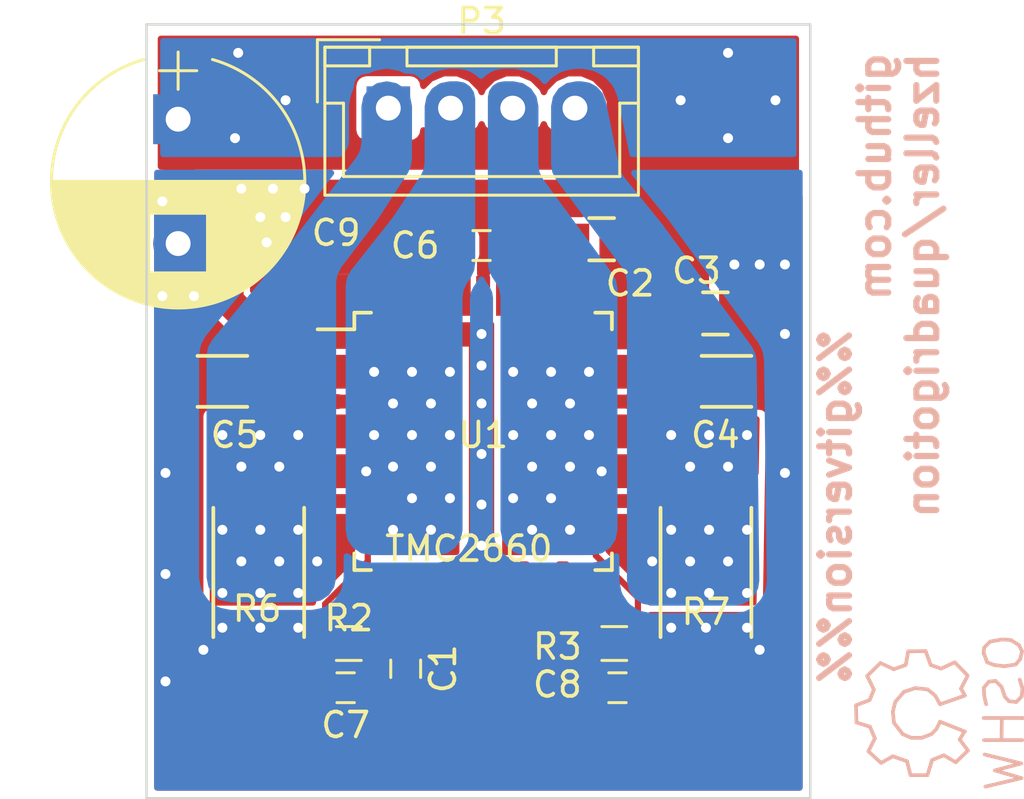
<source format=kicad_pcb>
(kicad_pcb (version 20170922) (host pcbnew "(2017-10-26 revision fc5e8e5f5)-master")

(general
  (thickness 1.6)
  (drawings 6)
  (tracks 173)
  (zones 0)
  (modules 16)
  (nets 22)
)

(page A4)
(layers
  (0 F.Cu signal)
  (1 In1.Cu signal)
  (2 In2.Cu signal)
  (31 B.Cu signal)
  (32 B.Adhes user)
  (33 F.Adhes user)
  (34 B.Paste user)
  (35 F.Paste user)
  (36 B.SilkS user)
  (37 F.SilkS user)
  (38 B.Mask user)
  (39 F.Mask user)
  (40 Dwgs.User user)
  (41 Cmts.User user)
  (42 Eco1.User user)
  (43 Eco2.User user)
  (44 Edge.Cuts user)
  (45 Margin user)
  (46 B.CrtYd user)
  (47 F.CrtYd user)
  (48 B.Fab user)
  (49 F.Fab user)
)


(setup
  (last_trace_width 0.25)
  (user_trace_width 0.4)
  (user_trace_width 0.6)
  (user_trace_width 0.8)
  (user_trace_width 1)
  (user_trace_width 1.2)
  (trace_clearance 0.127)
  (zone_clearance 0.5)
  (zone_45_only no)
  (trace_min 0.2)
  (segment_width 0.2)
  (edge_width 0.1)
  (via_size 0.6)
  (via_drill 0.4)
  (via_min_size 0.4)
  (via_min_drill 0.3)
  (uvia_size 0.3)
  (uvia_drill 0.1)
  (uvias_allowed no)
  (uvia_min_size 0)
  (uvia_min_drill 0)
  (pcb_text_width 0.3)
  (pcb_text_size 1.5 1.5)
  (mod_edge_width 0.15)
  (mod_text_size 1 1)
  (mod_text_width 0.15)
  (pad_size 1 3.2)
  (pad_drill 0)
  (pad_to_mask_clearance 0)
  (aux_axis_origin 0 0)
  (visible_elements FFFFFF7F)
  (pcbplotparams
    (layerselection 0x00030_80000001)
    (usegerberextensions false)
    (usegerberattributes true)
    (usegerberadvancedattributes true)
    (creategerberjobfile true)
    (excludeedgelayer true)
    (linewidth 0.100000)
    (plotframeref false)
    (viasonmask false)
    (mode 1)
    (useauxorigin false)
    (hpglpennumber 1)
    (hpglpenspeed 20)
    (hpglpendiameter 15)
    (psnegative false)
    (psa4output false)
    (plotreference true)
    (plotvalue true)
    (plotinvisibletext false)
    (padsonsilk false)
    (subtractmaskfromsilk false)
    (outputformat 1)
    (mirror false)
    (drillshape 1)
    (scaleselection 1)
    (outputdirectory ""))
)

(net 0 "")
(net 1 GND)
(net 2 "Net-(C1-Pad1)")
(net 3 VMot)
(net 4 "Net-(C2-Pad2)")
(net 5 1A1)
(net 6 1A2)
(net 7 1B1)
(net 8 1B2)
(net 9 /BRA)
(net 10 /BRB)
(net 11 "Net-(U1-Pad38)")
(net 12 "Net-(U1-Pad43)")
(net 13 VCC)
(net 14 /DIR_1)
(net 15 /STEP_1)
(net 16 /MISO_1)
(net 17 /MOSI_1)
(net 18 /SCLK_1)
(net 19 /CS_1)
(net 20 "Net-(R2-Pad1)")
(net 21 "Net-(R3-Pad2)")

(net_class Default "This is the default net class."
  (clearance 0.127)
  (trace_width 0.25)
  (via_dia 0.6)
  (via_drill 0.4)
  (uvia_dia 0.3)
  (uvia_drill 0.1)
  (add_net /BRA)
  (add_net /BRB)
  (add_net /CS_1)
  (add_net /DIR_1)
  (add_net /MISO_1)
  (add_net /MOSI_1)
  (add_net /SCLK_1)
  (add_net /STEP_1)
  (add_net 1A1)
  (add_net 1A2)
  (add_net 1B1)
  (add_net 1B2)
  (add_net GND)
  (add_net "Net-(C1-Pad1)")
  (add_net "Net-(C2-Pad2)")
  (add_net "Net-(R2-Pad1)")
  (add_net "Net-(R3-Pad2)")
  (add_net "Net-(U1-Pad38)")
  (add_net "Net-(U1-Pad43)")
  (add_net VCC)
)

(net_class MotPower ""
  (clearance 0.127)
  (trace_width 0.4)
  (via_dia 0.6)
  (via_drill 0.4)
  (uvia_dia 0.3)
  (uvia_drill 0.1)
  (add_net VMot)
)

  (module Connectors_JST:JST_XH_B04B-XH-A_04x2.50mm_Straight (layer F.Cu) (tedit 58EAE7F0) (tstamp 5A09104F)
    (at 126.0475 40.9575)
    (descr "JST XH series connector, B04B-XH-A, top entry type, through hole")
    (tags "connector jst xh tht top vertical 2.50mm")
    (path /5576913F)
    (fp_text reference P3 (at 3.75 -3.5) (layer F.SilkS)
      (effects (font (size 1 1) (thickness 0.15)))
    )
    (fp_text value Motor (at 0.1905 2.2225) (layer F.Fab)
      (effects (font (size 1 1) (thickness 0.15)))
    )
    (fp_line (start -2.45 -2.35) (end -2.45 3.4) (layer F.Fab) (width 0.1))
    (fp_line (start -2.45 3.4) (end 9.95 3.4) (layer F.Fab) (width 0.1))
    (fp_line (start 9.95 3.4) (end 9.95 -2.35) (layer F.Fab) (width 0.1))
    (fp_line (start 9.95 -2.35) (end -2.45 -2.35) (layer F.Fab) (width 0.1))
    (fp_line (start -2.95 -2.85) (end -2.95 3.9) (layer F.CrtYd) (width 0.05))
    (fp_line (start -2.95 3.9) (end 10.45 3.9) (layer F.CrtYd) (width 0.05))
    (fp_line (start 10.45 3.9) (end 10.45 -2.85) (layer F.CrtYd) (width 0.05))
    (fp_line (start 10.45 -2.85) (end -2.95 -2.85) (layer F.CrtYd) (width 0.05))
    (fp_line (start -2.55 -2.45) (end -2.55 3.5) (layer F.SilkS) (width 0.12))
    (fp_line (start -2.55 3.5) (end 10.05 3.5) (layer F.SilkS) (width 0.12))
    (fp_line (start 10.05 3.5) (end 10.05 -2.45) (layer F.SilkS) (width 0.12))
    (fp_line (start 10.05 -2.45) (end -2.55 -2.45) (layer F.SilkS) (width 0.12))
    (fp_line (start 0.75 -2.45) (end 0.75 -1.7) (layer F.SilkS) (width 0.12))
    (fp_line (start 0.75 -1.7) (end 6.75 -1.7) (layer F.SilkS) (width 0.12))
    (fp_line (start 6.75 -1.7) (end 6.75 -2.45) (layer F.SilkS) (width 0.12))
    (fp_line (start 6.75 -2.45) (end 0.75 -2.45) (layer F.SilkS) (width 0.12))
    (fp_line (start -2.55 -2.45) (end -2.55 -1.7) (layer F.SilkS) (width 0.12))
    (fp_line (start -2.55 -1.7) (end -0.75 -1.7) (layer F.SilkS) (width 0.12))
    (fp_line (start -0.75 -1.7) (end -0.75 -2.45) (layer F.SilkS) (width 0.12))
    (fp_line (start -0.75 -2.45) (end -2.55 -2.45) (layer F.SilkS) (width 0.12))
    (fp_line (start 8.25 -2.45) (end 8.25 -1.7) (layer F.SilkS) (width 0.12))
    (fp_line (start 8.25 -1.7) (end 10.05 -1.7) (layer F.SilkS) (width 0.12))
    (fp_line (start 10.05 -1.7) (end 10.05 -2.45) (layer F.SilkS) (width 0.12))
    (fp_line (start 10.05 -2.45) (end 8.25 -2.45) (layer F.SilkS) (width 0.12))
    (fp_line (start -2.55 -0.2) (end -1.8 -0.2) (layer F.SilkS) (width 0.12))
    (fp_line (start -1.8 -0.2) (end -1.8 2.75) (layer F.SilkS) (width 0.12))
    (fp_line (start -1.8 2.75) (end 3.75 2.75) (layer F.SilkS) (width 0.12))
    (fp_line (start 10.05 -0.2) (end 9.3 -0.2) (layer F.SilkS) (width 0.12))
    (fp_line (start 9.3 -0.2) (end 9.3 2.75) (layer F.SilkS) (width 0.12))
    (fp_line (start 9.3 2.75) (end 3.75 2.75) (layer F.SilkS) (width 0.12))
    (fp_line (start -0.35 -2.75) (end -2.85 -2.75) (layer F.SilkS) (width 0.12))
    (fp_line (start -2.85 -2.75) (end -2.85 -0.25) (layer F.SilkS) (width 0.12))
    (fp_line (start -0.35 -2.75) (end -2.85 -2.75) (layer F.Fab) (width 0.1))
    (fp_line (start -2.85 -2.75) (end -2.85 -0.25) (layer F.Fab) (width 0.1))
    (fp_text user %R (at 3.75 2.5) (layer F.Fab)
      (effects (font (size 1 1) (thickness 0.15)))
    )
    (pad 1 thru_hole rect (at 0 0) (size 1.75 1.75) (drill 1) (layers *.Cu *.Mask)
      (net 6 1A2))
    (pad 2 thru_hole circle (at 2.5 0) (size 1.75 1.75) (drill 1) (layers *.Cu *.Mask)
      (net 5 1A1))
    (pad 3 thru_hole circle (at 5 0) (size 1.75 1.75) (drill 1) (layers *.Cu *.Mask)
      (net 7 1B1))
    (pad 4 thru_hole circle (at 7.5 0) (size 1.75 1.75) (drill 1) (layers *.Cu *.Mask)
      (net 8 1B2))
    (model Connectors_JST.3dshapes/JST_XH_B04B-XH-A_04x2.50mm_Straight.wrl
      (at (xyz 0 0 0))
      (scale (xyz 1 1 1))
      (rotate (xyz 0 0 0))
    )
  )

  (module Capacitors_THT:CP_Radial_D10.0mm_P5.00mm (layer F.Cu) (tedit 597BC7C2) (tstamp 5A14EA16)
    (at 117.602 41.402 270)
    (descr "CP, Radial series, Radial, pin pitch=5.00mm, , diameter=10mm, Electrolytic Capacitor")
    (tags "CP Radial series Radial pin pitch 5.00mm  diameter 10mm Electrolytic Capacitor")
    (path /5A081AAE)
    (fp_text reference C9 (at 4.572 -6.35) (layer F.SilkS)
      (effects (font (size 1 1) (thickness 0.15)))
    )
    (fp_text value 100u (at 2.5 6.31 270) (layer F.Fab)
      (effects (font (size 1 1) (thickness 0.15)))
    )
    (fp_arc (start 2.5 0) (end -2.399357 -1.38) (angle 148.5) (layer F.SilkS) (width 0.12))
    (fp_arc (start 2.5 0) (end -2.399357 1.38) (angle -148.5) (layer F.SilkS) (width 0.12))
    (fp_arc (start 2.5 0) (end 7.399357 -1.38) (angle 31.5) (layer F.SilkS) (width 0.12))
    (fp_circle (center 2.5 0) (end 7.5 0) (layer F.Fab) (width 0.1))
    (fp_line (start -2.7 0) (end -1.2 0) (layer F.Fab) (width 0.1))
    (fp_line (start -1.95 -0.75) (end -1.95 0.75) (layer F.Fab) (width 0.1))
    (fp_line (start 2.5 -5.05) (end 2.5 5.05) (layer F.SilkS) (width 0.12))
    (fp_line (start 2.54 -5.05) (end 2.54 5.05) (layer F.SilkS) (width 0.12))
    (fp_line (start 2.58 -5.05) (end 2.58 5.05) (layer F.SilkS) (width 0.12))
    (fp_line (start 2.62 -5.049) (end 2.62 5.049) (layer F.SilkS) (width 0.12))
    (fp_line (start 2.66 -5.048) (end 2.66 5.048) (layer F.SilkS) (width 0.12))
    (fp_line (start 2.7 -5.047) (end 2.7 5.047) (layer F.SilkS) (width 0.12))
    (fp_line (start 2.74 -5.045) (end 2.74 5.045) (layer F.SilkS) (width 0.12))
    (fp_line (start 2.78 -5.043) (end 2.78 5.043) (layer F.SilkS) (width 0.12))
    (fp_line (start 2.82 -5.04) (end 2.82 5.04) (layer F.SilkS) (width 0.12))
    (fp_line (start 2.86 -5.038) (end 2.86 5.038) (layer F.SilkS) (width 0.12))
    (fp_line (start 2.9 -5.035) (end 2.9 5.035) (layer F.SilkS) (width 0.12))
    (fp_line (start 2.94 -5.031) (end 2.94 5.031) (layer F.SilkS) (width 0.12))
    (fp_line (start 2.98 -5.028) (end 2.98 5.028) (layer F.SilkS) (width 0.12))
    (fp_line (start 3.02 -5.024) (end 3.02 5.024) (layer F.SilkS) (width 0.12))
    (fp_line (start 3.06 -5.02) (end 3.06 5.02) (layer F.SilkS) (width 0.12))
    (fp_line (start 3.1 -5.015) (end 3.1 5.015) (layer F.SilkS) (width 0.12))
    (fp_line (start 3.14 -5.01) (end 3.14 5.01) (layer F.SilkS) (width 0.12))
    (fp_line (start 3.18 -5.005) (end 3.18 5.005) (layer F.SilkS) (width 0.12))
    (fp_line (start 3.221 -4.999) (end 3.221 4.999) (layer F.SilkS) (width 0.12))
    (fp_line (start 3.261 -4.993) (end 3.261 4.993) (layer F.SilkS) (width 0.12))
    (fp_line (start 3.301 -4.987) (end 3.301 4.987) (layer F.SilkS) (width 0.12))
    (fp_line (start 3.341 -4.981) (end 3.341 4.981) (layer F.SilkS) (width 0.12))
    (fp_line (start 3.381 -4.974) (end 3.381 4.974) (layer F.SilkS) (width 0.12))
    (fp_line (start 3.421 -4.967) (end 3.421 4.967) (layer F.SilkS) (width 0.12))
    (fp_line (start 3.461 -4.959) (end 3.461 4.959) (layer F.SilkS) (width 0.12))
    (fp_line (start 3.501 -4.951) (end 3.501 4.951) (layer F.SilkS) (width 0.12))
    (fp_line (start 3.541 -4.943) (end 3.541 4.943) (layer F.SilkS) (width 0.12))
    (fp_line (start 3.581 -4.935) (end 3.581 4.935) (layer F.SilkS) (width 0.12))
    (fp_line (start 3.621 -4.926) (end 3.621 4.926) (layer F.SilkS) (width 0.12))
    (fp_line (start 3.661 -4.917) (end 3.661 4.917) (layer F.SilkS) (width 0.12))
    (fp_line (start 3.701 -4.907) (end 3.701 4.907) (layer F.SilkS) (width 0.12))
    (fp_line (start 3.741 -4.897) (end 3.741 4.897) (layer F.SilkS) (width 0.12))
    (fp_line (start 3.781 -4.887) (end 3.781 4.887) (layer F.SilkS) (width 0.12))
    (fp_line (start 3.821 -4.876) (end 3.821 -1.181) (layer F.SilkS) (width 0.12))
    (fp_line (start 3.821 1.181) (end 3.821 4.876) (layer F.SilkS) (width 0.12))
    (fp_line (start 3.861 -4.865) (end 3.861 -1.181) (layer F.SilkS) (width 0.12))
    (fp_line (start 3.861 1.181) (end 3.861 4.865) (layer F.SilkS) (width 0.12))
    (fp_line (start 3.901 -4.854) (end 3.901 -1.181) (layer F.SilkS) (width 0.12))
    (fp_line (start 3.901 1.181) (end 3.901 4.854) (layer F.SilkS) (width 0.12))
    (fp_line (start 3.941 -4.843) (end 3.941 -1.181) (layer F.SilkS) (width 0.12))
    (fp_line (start 3.941 1.181) (end 3.941 4.843) (layer F.SilkS) (width 0.12))
    (fp_line (start 3.981 -4.831) (end 3.981 -1.181) (layer F.SilkS) (width 0.12))
    (fp_line (start 3.981 1.181) (end 3.981 4.831) (layer F.SilkS) (width 0.12))
    (fp_line (start 4.021 -4.818) (end 4.021 -1.181) (layer F.SilkS) (width 0.12))
    (fp_line (start 4.021 1.181) (end 4.021 4.818) (layer F.SilkS) (width 0.12))
    (fp_line (start 4.061 -4.806) (end 4.061 -1.181) (layer F.SilkS) (width 0.12))
    (fp_line (start 4.061 1.181) (end 4.061 4.806) (layer F.SilkS) (width 0.12))
    (fp_line (start 4.101 -4.792) (end 4.101 -1.181) (layer F.SilkS) (width 0.12))
    (fp_line (start 4.101 1.181) (end 4.101 4.792) (layer F.SilkS) (width 0.12))
    (fp_line (start 4.141 -4.779) (end 4.141 -1.181) (layer F.SilkS) (width 0.12))
    (fp_line (start 4.141 1.181) (end 4.141 4.779) (layer F.SilkS) (width 0.12))
    (fp_line (start 4.181 -4.765) (end 4.181 -1.181) (layer F.SilkS) (width 0.12))
    (fp_line (start 4.181 1.181) (end 4.181 4.765) (layer F.SilkS) (width 0.12))
    (fp_line (start 4.221 -4.751) (end 4.221 -1.181) (layer F.SilkS) (width 0.12))
    (fp_line (start 4.221 1.181) (end 4.221 4.751) (layer F.SilkS) (width 0.12))
    (fp_line (start 4.261 -4.737) (end 4.261 -1.181) (layer F.SilkS) (width 0.12))
    (fp_line (start 4.261 1.181) (end 4.261 4.737) (layer F.SilkS) (width 0.12))
    (fp_line (start 4.301 -4.722) (end 4.301 -1.181) (layer F.SilkS) (width 0.12))
    (fp_line (start 4.301 1.181) (end 4.301 4.722) (layer F.SilkS) (width 0.12))
    (fp_line (start 4.341 -4.706) (end 4.341 -1.181) (layer F.SilkS) (width 0.12))
    (fp_line (start 4.341 1.181) (end 4.341 4.706) (layer F.SilkS) (width 0.12))
    (fp_line (start 4.381 -4.691) (end 4.381 -1.181) (layer F.SilkS) (width 0.12))
    (fp_line (start 4.381 1.181) (end 4.381 4.691) (layer F.SilkS) (width 0.12))
    (fp_line (start 4.421 -4.674) (end 4.421 -1.181) (layer F.SilkS) (width 0.12))
    (fp_line (start 4.421 1.181) (end 4.421 4.674) (layer F.SilkS) (width 0.12))
    (fp_line (start 4.461 -4.658) (end 4.461 -1.181) (layer F.SilkS) (width 0.12))
    (fp_line (start 4.461 1.181) (end 4.461 4.658) (layer F.SilkS) (width 0.12))
    (fp_line (start 4.501 -4.641) (end 4.501 -1.181) (layer F.SilkS) (width 0.12))
    (fp_line (start 4.501 1.181) (end 4.501 4.641) (layer F.SilkS) (width 0.12))
    (fp_line (start 4.541 -4.624) (end 4.541 -1.181) (layer F.SilkS) (width 0.12))
    (fp_line (start 4.541 1.181) (end 4.541 4.624) (layer F.SilkS) (width 0.12))
    (fp_line (start 4.581 -4.606) (end 4.581 -1.181) (layer F.SilkS) (width 0.12))
    (fp_line (start 4.581 1.181) (end 4.581 4.606) (layer F.SilkS) (width 0.12))
    (fp_line (start 4.621 -4.588) (end 4.621 -1.181) (layer F.SilkS) (width 0.12))
    (fp_line (start 4.621 1.181) (end 4.621 4.588) (layer F.SilkS) (width 0.12))
    (fp_line (start 4.661 -4.569) (end 4.661 -1.181) (layer F.SilkS) (width 0.12))
    (fp_line (start 4.661 1.181) (end 4.661 4.569) (layer F.SilkS) (width 0.12))
    (fp_line (start 4.701 -4.55) (end 4.701 -1.181) (layer F.SilkS) (width 0.12))
    (fp_line (start 4.701 1.181) (end 4.701 4.55) (layer F.SilkS) (width 0.12))
    (fp_line (start 4.741 -4.531) (end 4.741 -1.181) (layer F.SilkS) (width 0.12))
    (fp_line (start 4.741 1.181) (end 4.741 4.531) (layer F.SilkS) (width 0.12))
    (fp_line (start 4.781 -4.511) (end 4.781 -1.181) (layer F.SilkS) (width 0.12))
    (fp_line (start 4.781 1.181) (end 4.781 4.511) (layer F.SilkS) (width 0.12))
    (fp_line (start 4.821 -4.491) (end 4.821 -1.181) (layer F.SilkS) (width 0.12))
    (fp_line (start 4.821 1.181) (end 4.821 4.491) (layer F.SilkS) (width 0.12))
    (fp_line (start 4.861 -4.47) (end 4.861 -1.181) (layer F.SilkS) (width 0.12))
    (fp_line (start 4.861 1.181) (end 4.861 4.47) (layer F.SilkS) (width 0.12))
    (fp_line (start 4.901 -4.449) (end 4.901 -1.181) (layer F.SilkS) (width 0.12))
    (fp_line (start 4.901 1.181) (end 4.901 4.449) (layer F.SilkS) (width 0.12))
    (fp_line (start 4.941 -4.428) (end 4.941 -1.181) (layer F.SilkS) (width 0.12))
    (fp_line (start 4.941 1.181) (end 4.941 4.428) (layer F.SilkS) (width 0.12))
    (fp_line (start 4.981 -4.405) (end 4.981 -1.181) (layer F.SilkS) (width 0.12))
    (fp_line (start 4.981 1.181) (end 4.981 4.405) (layer F.SilkS) (width 0.12))
    (fp_line (start 5.021 -4.383) (end 5.021 -1.181) (layer F.SilkS) (width 0.12))
    (fp_line (start 5.021 1.181) (end 5.021 4.383) (layer F.SilkS) (width 0.12))
    (fp_line (start 5.061 -4.36) (end 5.061 -1.181) (layer F.SilkS) (width 0.12))
    (fp_line (start 5.061 1.181) (end 5.061 4.36) (layer F.SilkS) (width 0.12))
    (fp_line (start 5.101 -4.336) (end 5.101 -1.181) (layer F.SilkS) (width 0.12))
    (fp_line (start 5.101 1.181) (end 5.101 4.336) (layer F.SilkS) (width 0.12))
    (fp_line (start 5.141 -4.312) (end 5.141 -1.181) (layer F.SilkS) (width 0.12))
    (fp_line (start 5.141 1.181) (end 5.141 4.312) (layer F.SilkS) (width 0.12))
    (fp_line (start 5.181 -4.288) (end 5.181 -1.181) (layer F.SilkS) (width 0.12))
    (fp_line (start 5.181 1.181) (end 5.181 4.288) (layer F.SilkS) (width 0.12))
    (fp_line (start 5.221 -4.263) (end 5.221 -1.181) (layer F.SilkS) (width 0.12))
    (fp_line (start 5.221 1.181) (end 5.221 4.263) (layer F.SilkS) (width 0.12))
    (fp_line (start 5.261 -4.237) (end 5.261 -1.181) (layer F.SilkS) (width 0.12))
    (fp_line (start 5.261 1.181) (end 5.261 4.237) (layer F.SilkS) (width 0.12))
    (fp_line (start 5.301 -4.211) (end 5.301 -1.181) (layer F.SilkS) (width 0.12))
    (fp_line (start 5.301 1.181) (end 5.301 4.211) (layer F.SilkS) (width 0.12))
    (fp_line (start 5.341 -4.185) (end 5.341 -1.181) (layer F.SilkS) (width 0.12))
    (fp_line (start 5.341 1.181) (end 5.341 4.185) (layer F.SilkS) (width 0.12))
    (fp_line (start 5.381 -4.157) (end 5.381 -1.181) (layer F.SilkS) (width 0.12))
    (fp_line (start 5.381 1.181) (end 5.381 4.157) (layer F.SilkS) (width 0.12))
    (fp_line (start 5.421 -4.13) (end 5.421 -1.181) (layer F.SilkS) (width 0.12))
    (fp_line (start 5.421 1.181) (end 5.421 4.13) (layer F.SilkS) (width 0.12))
    (fp_line (start 5.461 -4.101) (end 5.461 -1.181) (layer F.SilkS) (width 0.12))
    (fp_line (start 5.461 1.181) (end 5.461 4.101) (layer F.SilkS) (width 0.12))
    (fp_line (start 5.501 -4.072) (end 5.501 -1.181) (layer F.SilkS) (width 0.12))
    (fp_line (start 5.501 1.181) (end 5.501 4.072) (layer F.SilkS) (width 0.12))
    (fp_line (start 5.541 -4.043) (end 5.541 -1.181) (layer F.SilkS) (width 0.12))
    (fp_line (start 5.541 1.181) (end 5.541 4.043) (layer F.SilkS) (width 0.12))
    (fp_line (start 5.581 -4.013) (end 5.581 -1.181) (layer F.SilkS) (width 0.12))
    (fp_line (start 5.581 1.181) (end 5.581 4.013) (layer F.SilkS) (width 0.12))
    (fp_line (start 5.621 -3.982) (end 5.621 -1.181) (layer F.SilkS) (width 0.12))
    (fp_line (start 5.621 1.181) (end 5.621 3.982) (layer F.SilkS) (width 0.12))
    (fp_line (start 5.661 -3.951) (end 5.661 -1.181) (layer F.SilkS) (width 0.12))
    (fp_line (start 5.661 1.181) (end 5.661 3.951) (layer F.SilkS) (width 0.12))
    (fp_line (start 5.701 -3.919) (end 5.701 -1.181) (layer F.SilkS) (width 0.12))
    (fp_line (start 5.701 1.181) (end 5.701 3.919) (layer F.SilkS) (width 0.12))
    (fp_line (start 5.741 -3.886) (end 5.741 -1.181) (layer F.SilkS) (width 0.12))
    (fp_line (start 5.741 1.181) (end 5.741 3.886) (layer F.SilkS) (width 0.12))
    (fp_line (start 5.781 -3.853) (end 5.781 -1.181) (layer F.SilkS) (width 0.12))
    (fp_line (start 5.781 1.181) (end 5.781 3.853) (layer F.SilkS) (width 0.12))
    (fp_line (start 5.821 -3.819) (end 5.821 -1.181) (layer F.SilkS) (width 0.12))
    (fp_line (start 5.821 1.181) (end 5.821 3.819) (layer F.SilkS) (width 0.12))
    (fp_line (start 5.861 -3.784) (end 5.861 -1.181) (layer F.SilkS) (width 0.12))
    (fp_line (start 5.861 1.181) (end 5.861 3.784) (layer F.SilkS) (width 0.12))
    (fp_line (start 5.901 -3.748) (end 5.901 -1.181) (layer F.SilkS) (width 0.12))
    (fp_line (start 5.901 1.181) (end 5.901 3.748) (layer F.SilkS) (width 0.12))
    (fp_line (start 5.941 -3.712) (end 5.941 -1.181) (layer F.SilkS) (width 0.12))
    (fp_line (start 5.941 1.181) (end 5.941 3.712) (layer F.SilkS) (width 0.12))
    (fp_line (start 5.981 -3.675) (end 5.981 -1.181) (layer F.SilkS) (width 0.12))
    (fp_line (start 5.981 1.181) (end 5.981 3.675) (layer F.SilkS) (width 0.12))
    (fp_line (start 6.021 -3.637) (end 6.021 -1.181) (layer F.SilkS) (width 0.12))
    (fp_line (start 6.021 1.181) (end 6.021 3.637) (layer F.SilkS) (width 0.12))
    (fp_line (start 6.061 -3.598) (end 6.061 -1.181) (layer F.SilkS) (width 0.12))
    (fp_line (start 6.061 1.181) (end 6.061 3.598) (layer F.SilkS) (width 0.12))
    (fp_line (start 6.101 -3.559) (end 6.101 -1.181) (layer F.SilkS) (width 0.12))
    (fp_line (start 6.101 1.181) (end 6.101 3.559) (layer F.SilkS) (width 0.12))
    (fp_line (start 6.141 -3.518) (end 6.141 -1.181) (layer F.SilkS) (width 0.12))
    (fp_line (start 6.141 1.181) (end 6.141 3.518) (layer F.SilkS) (width 0.12))
    (fp_line (start 6.181 -3.477) (end 6.181 3.477) (layer F.SilkS) (width 0.12))
    (fp_line (start 6.221 -3.435) (end 6.221 3.435) (layer F.SilkS) (width 0.12))
    (fp_line (start 6.261 -3.391) (end 6.261 3.391) (layer F.SilkS) (width 0.12))
    (fp_line (start 6.301 -3.347) (end 6.301 3.347) (layer F.SilkS) (width 0.12))
    (fp_line (start 6.341 -3.302) (end 6.341 3.302) (layer F.SilkS) (width 0.12))
    (fp_line (start 6.381 -3.255) (end 6.381 3.255) (layer F.SilkS) (width 0.12))
    (fp_line (start 6.421 -3.207) (end 6.421 3.207) (layer F.SilkS) (width 0.12))
    (fp_line (start 6.461 -3.158) (end 6.461 3.158) (layer F.SilkS) (width 0.12))
    (fp_line (start 6.501 -3.108) (end 6.501 3.108) (layer F.SilkS) (width 0.12))
    (fp_line (start 6.541 -3.057) (end 6.541 3.057) (layer F.SilkS) (width 0.12))
    (fp_line (start 6.581 -3.004) (end 6.581 3.004) (layer F.SilkS) (width 0.12))
    (fp_line (start 6.621 -2.949) (end 6.621 2.949) (layer F.SilkS) (width 0.12))
    (fp_line (start 6.661 -2.894) (end 6.661 2.894) (layer F.SilkS) (width 0.12))
    (fp_line (start 6.701 -2.836) (end 6.701 2.836) (layer F.SilkS) (width 0.12))
    (fp_line (start 6.741 -2.777) (end 6.741 2.777) (layer F.SilkS) (width 0.12))
    (fp_line (start 6.781 -2.715) (end 6.781 2.715) (layer F.SilkS) (width 0.12))
    (fp_line (start 6.821 -2.652) (end 6.821 2.652) (layer F.SilkS) (width 0.12))
    (fp_line (start 6.861 -2.587) (end 6.861 2.587) (layer F.SilkS) (width 0.12))
    (fp_line (start 6.901 -2.519) (end 6.901 2.519) (layer F.SilkS) (width 0.12))
    (fp_line (start 6.941 -2.449) (end 6.941 2.449) (layer F.SilkS) (width 0.12))
    (fp_line (start 6.981 -2.377) (end 6.981 2.377) (layer F.SilkS) (width 0.12))
    (fp_line (start 7.021 -2.301) (end 7.021 2.301) (layer F.SilkS) (width 0.12))
    (fp_line (start 7.061 -2.222) (end 7.061 2.222) (layer F.SilkS) (width 0.12))
    (fp_line (start 7.101 -2.14) (end 7.101 2.14) (layer F.SilkS) (width 0.12))
    (fp_line (start 7.141 -2.053) (end 7.141 2.053) (layer F.SilkS) (width 0.12))
    (fp_line (start 7.181 -1.962) (end 7.181 1.962) (layer F.SilkS) (width 0.12))
    (fp_line (start 7.221 -1.866) (end 7.221 1.866) (layer F.SilkS) (width 0.12))
    (fp_line (start 7.261 -1.763) (end 7.261 1.763) (layer F.SilkS) (width 0.12))
    (fp_line (start 7.301 -1.654) (end 7.301 1.654) (layer F.SilkS) (width 0.12))
    (fp_line (start 7.341 -1.536) (end 7.341 1.536) (layer F.SilkS) (width 0.12))
    (fp_line (start 7.381 -1.407) (end 7.381 1.407) (layer F.SilkS) (width 0.12))
    (fp_line (start 7.421 -1.265) (end 7.421 1.265) (layer F.SilkS) (width 0.12))
    (fp_line (start 7.461 -1.104) (end 7.461 1.104) (layer F.SilkS) (width 0.12))
    (fp_line (start 7.501 -0.913) (end 7.501 0.913) (layer F.SilkS) (width 0.12))
    (fp_line (start 7.541 -0.672) (end 7.541 0.672) (layer F.SilkS) (width 0.12))
    (fp_line (start 7.581 -0.279) (end 7.581 0.279) (layer F.SilkS) (width 0.12))
    (fp_line (start -2.7 0) (end -1.2 0) (layer F.SilkS) (width 0.12))
    (fp_line (start -1.95 -0.75) (end -1.95 0.75) (layer F.SilkS) (width 0.12))
    (fp_line (start -2.85 -5.35) (end -2.85 5.35) (layer F.CrtYd) (width 0.05))
    (fp_line (start -2.85 5.35) (end 7.85 5.35) (layer F.CrtYd) (width 0.05))
    (fp_line (start 7.85 5.35) (end 7.85 -5.35) (layer F.CrtYd) (width 0.05))
    (fp_line (start 7.85 -5.35) (end -2.85 -5.35) (layer F.CrtYd) (width 0.05))
    (fp_text user %R (at 2.5 0 270) (layer F.Fab)
      (effects (font (size 1 1) (thickness 0.15)))
    )
    (pad 1 thru_hole rect (at 0 0 270) (size 2 2) (drill 1) (layers *.Cu *.Mask)
      (net 3 VMot))
    (pad 2 thru_hole circle (at 5 0 270) (size 2 2) (drill 1) (layers *.Cu *.Mask)
      (net 1 GND))
    (model ${KISYS3DMOD}/Capacitors_THT.3dshapes/CP_Radial_D10.0mm_P5.00mm.wrl
      (at (xyz 0 0 0))
      (scale (xyz 1 1 1))
      (rotate (xyz 0 0 0))
    )
  )

  (module Capacitors_SMD:C_0603 (layer F.Cu) (tedit 59958EE7) (tstamp 5A146299)
    (at 135.255 64.262 180)
    (descr "Capacitor SMD 0603, reflow soldering, AVX (see smccp.pdf)")
    (tags "capacitor 0603")
    (path /568DF320)
    (attr smd)
    (fp_text reference C8 (at 2.413 0.127 180) (layer F.SilkS)
      (effects (font (size 1 1) (thickness 0.15)))
    )
    (fp_text value 10n (at 0 1.5 180) (layer F.Fab)
      (effects (font (size 1 1) (thickness 0.15)))
    )
    (fp_text user %R (at 0 0 180) (layer F.Fab)
      (effects (font (size 0.3 0.3) (thickness 0.075)))
    )
    (fp_line (start -0.8 0.4) (end -0.8 -0.4) (layer F.Fab) (width 0.1))
    (fp_line (start 0.8 0.4) (end -0.8 0.4) (layer F.Fab) (width 0.1))
    (fp_line (start 0.8 -0.4) (end 0.8 0.4) (layer F.Fab) (width 0.1))
    (fp_line (start -0.8 -0.4) (end 0.8 -0.4) (layer F.Fab) (width 0.1))
    (fp_line (start -0.35 -0.6) (end 0.35 -0.6) (layer F.SilkS) (width 0.12))
    (fp_line (start 0.35 0.6) (end -0.35 0.6) (layer F.SilkS) (width 0.12))
    (fp_line (start -1.4 -0.65) (end 1.4 -0.65) (layer F.CrtYd) (width 0.05))
    (fp_line (start -1.4 -0.65) (end -1.4 0.65) (layer F.CrtYd) (width 0.05))
    (fp_line (start 1.4 0.65) (end 1.4 -0.65) (layer F.CrtYd) (width 0.05))
    (fp_line (start 1.4 0.65) (end -1.4 0.65) (layer F.CrtYd) (width 0.05))
    (pad 1 smd rect (at -0.75 0 180) (size 0.8 0.75) (layers F.Cu F.Paste F.Mask)
      (net 10 /BRB))
    (pad 2 smd rect (at 0.75 0 180) (size 0.8 0.75) (layers F.Cu F.Paste F.Mask)
      (net 1 GND))
    (model Capacitors_SMD.3dshapes/C_0603.wrl
      (at (xyz 0 0 0))
      (scale (xyz 1 1 1))
      (rotate (xyz 0 0 0))
    )
  )

  (module Capacitors_SMD:C_0603 (layer F.Cu) (tedit 59958EE7) (tstamp 5A146289)
    (at 124.333 64.262 180)
    (descr "Capacitor SMD 0603, reflow soldering, AVX (see smccp.pdf)")
    (tags "capacitor 0603")
    (path /568DEE7C)
    (attr smd)
    (fp_text reference C7 (at 0 -1.5 180) (layer F.SilkS)
      (effects (font (size 1 1) (thickness 0.15)))
    )
    (fp_text value 10n (at 3.048 -0.381 180) (layer F.Fab)
      (effects (font (size 1 1) (thickness 0.15)))
    )
    (fp_line (start 1.4 0.65) (end -1.4 0.65) (layer F.CrtYd) (width 0.05))
    (fp_line (start 1.4 0.65) (end 1.4 -0.65) (layer F.CrtYd) (width 0.05))
    (fp_line (start -1.4 -0.65) (end -1.4 0.65) (layer F.CrtYd) (width 0.05))
    (fp_line (start -1.4 -0.65) (end 1.4 -0.65) (layer F.CrtYd) (width 0.05))
    (fp_line (start 0.35 0.6) (end -0.35 0.6) (layer F.SilkS) (width 0.12))
    (fp_line (start -0.35 -0.6) (end 0.35 -0.6) (layer F.SilkS) (width 0.12))
    (fp_line (start -0.8 -0.4) (end 0.8 -0.4) (layer F.Fab) (width 0.1))
    (fp_line (start 0.8 -0.4) (end 0.8 0.4) (layer F.Fab) (width 0.1))
    (fp_line (start 0.8 0.4) (end -0.8 0.4) (layer F.Fab) (width 0.1))
    (fp_line (start -0.8 0.4) (end -0.8 -0.4) (layer F.Fab) (width 0.1))
    (fp_text user %R (at 0 0 180) (layer F.Fab)
      (effects (font (size 0.3 0.3) (thickness 0.075)))
    )
    (pad 2 smd rect (at 0.75 0 180) (size 0.8 0.75) (layers F.Cu F.Paste F.Mask)
      (net 9 /BRA))
    (pad 1 smd rect (at -0.75 0 180) (size 0.8 0.75) (layers F.Cu F.Paste F.Mask)
      (net 1 GND))
    (model Capacitors_SMD.3dshapes/C_0603.wrl
      (at (xyz 0 0 0))
      (scale (xyz 1 1 1))
      (rotate (xyz 0 0 0))
    )
  )

  (module Capacitors_SMD:C_0603 (layer F.Cu) (tedit 59958EE7) (tstamp 5A146279)
    (at 129.794 46.482)
    (descr "Capacitor SMD 0603, reflow soldering, AVX (see smccp.pdf)")
    (tags "capacitor 0603")
    (path /56711673)
    (attr smd)
    (fp_text reference C6 (at -2.667 0) (layer F.SilkS)
      (effects (font (size 1 1) (thickness 0.15)))
    )
    (fp_text value 100n (at 0 1.5) (layer F.Fab)
      (effects (font (size 1 1) (thickness 0.15)))
    )
    (fp_text user %R (at 0 0) (layer F.Fab)
      (effects (font (size 0.3 0.3) (thickness 0.075)))
    )
    (fp_line (start -0.8 0.4) (end -0.8 -0.4) (layer F.Fab) (width 0.1))
    (fp_line (start 0.8 0.4) (end -0.8 0.4) (layer F.Fab) (width 0.1))
    (fp_line (start 0.8 -0.4) (end 0.8 0.4) (layer F.Fab) (width 0.1))
    (fp_line (start -0.8 -0.4) (end 0.8 -0.4) (layer F.Fab) (width 0.1))
    (fp_line (start -0.35 -0.6) (end 0.35 -0.6) (layer F.SilkS) (width 0.12))
    (fp_line (start 0.35 0.6) (end -0.35 0.6) (layer F.SilkS) (width 0.12))
    (fp_line (start -1.4 -0.65) (end 1.4 -0.65) (layer F.CrtYd) (width 0.05))
    (fp_line (start -1.4 -0.65) (end -1.4 0.65) (layer F.CrtYd) (width 0.05))
    (fp_line (start 1.4 0.65) (end 1.4 -0.65) (layer F.CrtYd) (width 0.05))
    (fp_line (start 1.4 0.65) (end -1.4 0.65) (layer F.CrtYd) (width 0.05))
    (pad 1 smd rect (at -0.75 0) (size 0.8 0.75) (layers F.Cu F.Paste F.Mask)
      (net 13 VCC))
    (pad 2 smd rect (at 0.75 0) (size 0.8 0.75) (layers F.Cu F.Paste F.Mask)
      (net 1 GND))
    (model Capacitors_SMD.3dshapes/C_0603.wrl
      (at (xyz 0 0 0))
      (scale (xyz 1 1 1))
      (rotate (xyz 0 0 0))
    )
  )

  (module Capacitors_SMD:C_0603 (layer F.Cu) (tedit 59958EE7) (tstamp 5A146269)
    (at 126.746 63.5 270)
    (descr "Capacitor SMD 0603, reflow soldering, AVX (see smccp.pdf)")
    (tags "capacitor 0603")
    (path /55769F99)
    (attr smd)
    (fp_text reference C1 (at 0 -1.5 270) (layer F.SilkS)
      (effects (font (size 1 1) (thickness 0.15)))
    )
    (fp_text value 470n (at 0 1.5 270) (layer F.Fab)
      (effects (font (size 1 1) (thickness 0.15)))
    )
    (fp_line (start 1.4 0.65) (end -1.4 0.65) (layer F.CrtYd) (width 0.05))
    (fp_line (start 1.4 0.65) (end 1.4 -0.65) (layer F.CrtYd) (width 0.05))
    (fp_line (start -1.4 -0.65) (end -1.4 0.65) (layer F.CrtYd) (width 0.05))
    (fp_line (start -1.4 -0.65) (end 1.4 -0.65) (layer F.CrtYd) (width 0.05))
    (fp_line (start 0.35 0.6) (end -0.35 0.6) (layer F.SilkS) (width 0.12))
    (fp_line (start -0.35 -0.6) (end 0.35 -0.6) (layer F.SilkS) (width 0.12))
    (fp_line (start -0.8 -0.4) (end 0.8 -0.4) (layer F.Fab) (width 0.1))
    (fp_line (start 0.8 -0.4) (end 0.8 0.4) (layer F.Fab) (width 0.1))
    (fp_line (start 0.8 0.4) (end -0.8 0.4) (layer F.Fab) (width 0.1))
    (fp_line (start -0.8 0.4) (end -0.8 -0.4) (layer F.Fab) (width 0.1))
    (fp_text user %R (at 0 0 270) (layer F.Fab)
      (effects (font (size 0.3 0.3) (thickness 0.075)))
    )
    (pad 2 smd rect (at 0.75 0 270) (size 0.8 0.75) (layers F.Cu F.Paste F.Mask)
      (net 1 GND))
    (pad 1 smd rect (at -0.75 0 270) (size 0.8 0.75) (layers F.Cu F.Paste F.Mask)
      (net 2 "Net-(C1-Pad1)"))
    (model Capacitors_SMD.3dshapes/C_0603.wrl
      (at (xyz 0 0 0))
      (scale (xyz 1 1 1))
      (rotate (xyz 0 0 0))
    )
  )

  (module Resistors_SMD:R_0603 (layer F.Cu) (tedit 58E0A804) (tstamp 5A146149)
    (at 135.128 62.484 180)
    (descr "Resistor SMD 0603, reflow soldering, Vishay (see dcrcw.pdf)")
    (tags "resistor 0603")
    (path /55768AD7)
    (attr smd)
    (fp_text reference R3 (at 2.286 -0.127 180) (layer F.SilkS)
      (effects (font (size 1 1) (thickness 0.15)))
    )
    (fp_text value 10R (at 0 1.5 180) (layer F.Fab)
      (effects (font (size 1 1) (thickness 0.15)))
    )
    (fp_line (start 1.25 0.7) (end -1.25 0.7) (layer F.CrtYd) (width 0.05))
    (fp_line (start 1.25 0.7) (end 1.25 -0.7) (layer F.CrtYd) (width 0.05))
    (fp_line (start -1.25 -0.7) (end -1.25 0.7) (layer F.CrtYd) (width 0.05))
    (fp_line (start -1.25 -0.7) (end 1.25 -0.7) (layer F.CrtYd) (width 0.05))
    (fp_line (start -0.5 -0.68) (end 0.5 -0.68) (layer F.SilkS) (width 0.12))
    (fp_line (start 0.5 0.68) (end -0.5 0.68) (layer F.SilkS) (width 0.12))
    (fp_line (start -0.8 -0.4) (end 0.8 -0.4) (layer F.Fab) (width 0.1))
    (fp_line (start 0.8 -0.4) (end 0.8 0.4) (layer F.Fab) (width 0.1))
    (fp_line (start 0.8 0.4) (end -0.8 0.4) (layer F.Fab) (width 0.1))
    (fp_line (start -0.8 0.4) (end -0.8 -0.4) (layer F.Fab) (width 0.1))
    (fp_text user %R (at 0 0 180) (layer F.Fab)
      (effects (font (size 0.4 0.4) (thickness 0.075)))
    )
    (pad 2 smd rect (at 0.75 0 180) (size 0.5 0.9) (layers F.Cu F.Paste F.Mask)
      (net 21 "Net-(R3-Pad2)"))
    (pad 1 smd rect (at -0.75 0 180) (size 0.5 0.9) (layers F.Cu F.Paste F.Mask)
      (net 10 /BRB))
    (model ${KISYS3DMOD}/Resistors_SMD.3dshapes/R_0603.wrl
      (at (xyz 0 0 0))
      (scale (xyz 1 1 1))
      (rotate (xyz 0 0 0))
    )
  )

  (module Resistors_SMD:R_0603 (layer F.Cu) (tedit 58E0A804) (tstamp 5A146139)
    (at 124.46 62.484 180)
    (descr "Resistor SMD 0603, reflow soldering, Vishay (see dcrcw.pdf)")
    (tags "resistor 0603")
    (path /557688AD)
    (attr smd)
    (fp_text reference R2 (at 0 1.016 180) (layer F.SilkS)
      (effects (font (size 1 1) (thickness 0.15)))
    )
    (fp_text value 10R (at 0.127 2.54 180) (layer F.Fab)
      (effects (font (size 1 1) (thickness 0.15)))
    )
    (fp_text user %R (at 0 0 180) (layer F.Fab)
      (effects (font (size 0.4 0.4) (thickness 0.075)))
    )
    (fp_line (start -0.8 0.4) (end -0.8 -0.4) (layer F.Fab) (width 0.1))
    (fp_line (start 0.8 0.4) (end -0.8 0.4) (layer F.Fab) (width 0.1))
    (fp_line (start 0.8 -0.4) (end 0.8 0.4) (layer F.Fab) (width 0.1))
    (fp_line (start -0.8 -0.4) (end 0.8 -0.4) (layer F.Fab) (width 0.1))
    (fp_line (start 0.5 0.68) (end -0.5 0.68) (layer F.SilkS) (width 0.12))
    (fp_line (start -0.5 -0.68) (end 0.5 -0.68) (layer F.SilkS) (width 0.12))
    (fp_line (start -1.25 -0.7) (end 1.25 -0.7) (layer F.CrtYd) (width 0.05))
    (fp_line (start -1.25 -0.7) (end -1.25 0.7) (layer F.CrtYd) (width 0.05))
    (fp_line (start 1.25 0.7) (end 1.25 -0.7) (layer F.CrtYd) (width 0.05))
    (fp_line (start 1.25 0.7) (end -1.25 0.7) (layer F.CrtYd) (width 0.05))
    (pad 1 smd rect (at -0.75 0 180) (size 0.5 0.9) (layers F.Cu F.Paste F.Mask)
      (net 20 "Net-(R2-Pad1)"))
    (pad 2 smd rect (at 0.75 0 180) (size 0.5 0.9) (layers F.Cu F.Paste F.Mask)
      (net 9 /BRA))
    (model ${KISYS3DMOD}/Resistors_SMD.3dshapes/R_0603.wrl
      (at (xyz 0 0 0))
      (scale (xyz 1 1 1))
      (rotate (xyz 0 0 0))
    )
  )

  (module Housings_QFP:LQFP-44_10x10mm_Pitch0.8mm (layer F.Cu) (tedit 5673CAD8) (tstamp 5672E9FF)
    (at 129.8575 54.356)
    (descr "LQFP44 (see Appnote_PCB_Guidelines_TRINAMIC_packages.pdf)")
    (tags "QFP 0.8")
    (path /5576B0C2)
    (attr smd)
    (fp_text reference U1 (at 0 -0.254) (layer F.SilkS)
      (effects (font (size 1 1) (thickness 0.15)))
    )
    (fp_text value TMC2660 (at -0.5715 4.318) (layer F.SilkS)
      (effects (font (size 1 1) (thickness 0.15)))
    )
    (fp_line (start -6.9 -6.9) (end -6.9 6.9) (layer F.CrtYd) (width 0.05))
    (fp_line (start 6.9 -6.9) (end 6.9 6.9) (layer F.CrtYd) (width 0.05))
    (fp_line (start -6.9 -6.9) (end 6.9 -6.9) (layer F.CrtYd) (width 0.05))
    (fp_line (start -6.9 6.9) (end 6.9 6.9) (layer F.CrtYd) (width 0.05))
    (fp_line (start -5.175 -5.175) (end -5.175 -4.505) (layer F.SilkS) (width 0.15))
    (fp_line (start 5.175 -5.175) (end 5.175 -4.505) (layer F.SilkS) (width 0.15))
    (fp_line (start 5.175 5.175) (end 5.175 4.505) (layer F.SilkS) (width 0.15))
    (fp_line (start -5.175 5.175) (end -5.175 4.505) (layer F.SilkS) (width 0.15))
    (fp_line (start -5.175 -5.175) (end -4.505 -5.175) (layer F.SilkS) (width 0.15))
    (fp_line (start -5.175 5.175) (end -4.505 5.175) (layer F.SilkS) (width 0.15))
    (fp_line (start 5.175 5.175) (end 4.505 5.175) (layer F.SilkS) (width 0.15))
    (fp_line (start 5.175 -5.175) (end 4.505 -5.175) (layer F.SilkS) (width 0.15))
    (fp_line (start -5.175 -4.505) (end -6.65 -4.505) (layer F.SilkS) (width 0.15))
    (pad 1 smd rect (at -5.85 -4) (size 1.6 0.56) (layers F.Cu F.Paste F.Mask)
      (net 1 GND))
    (pad 2 smd rect (at -5.85 -3.2) (size 1.6 0.56) (layers F.Cu F.Paste F.Mask)
      (net 5 1A1))
    (pad 3 smd rect (at -5.85 -2.4) (size 1.6 0.56) (layers F.Cu F.Paste F.Mask)
      (net 5 1A1))
    (pad 4 smd rect (at -5.85 -1.6) (size 1.6 0.56) (layers F.Cu F.Paste F.Mask)
      (net 3 VMot))
    (pad 5 smd rect (at -5.85 -0.8) (size 1.6 0.56) (layers F.Cu F.Paste F.Mask)
      (net 6 1A2))
    (pad 6 smd rect (at -5.85 0) (size 1.6 0.56) (layers F.Cu F.Paste F.Mask)
      (net 6 1A2))
    (pad 7 smd rect (at -5.85 0.8) (size 1.6 0.56) (layers F.Cu F.Paste F.Mask)
      (net 5 1A1))
    (pad 8 smd rect (at -5.85 1.6) (size 1.6 0.56) (layers F.Cu F.Paste F.Mask)
      (net 5 1A1))
    (pad 9 smd rect (at -5.85 2.4) (size 1.6 0.56) (layers F.Cu F.Paste F.Mask)
      (net 9 /BRA))
    (pad 10 smd rect (at -5.85 3.2) (size 1.6 0.56) (layers F.Cu F.Paste F.Mask)
      (net 6 1A2))
    (pad 11 smd rect (at -5.85 4) (size 1.6 0.56) (layers F.Cu F.Paste F.Mask)
      (net 6 1A2))
    (pad 12 smd rect (at -4 5.85 90) (size 1.6 0.56) (layers F.Cu F.Paste F.Mask)
      (net 20 "Net-(R2-Pad1)"))
    (pad 13 smd rect (at -3.2 5.85 90) (size 1.6 0.56) (layers F.Cu F.Paste F.Mask)
      (net 2 "Net-(C1-Pad1)"))
    (pad 14 smd rect (at -2.4 5.85 90) (size 1.6 0.56) (layers F.Cu F.Paste F.Mask)
      (net 16 /MISO_1))
    (pad 15 smd rect (at -1.6 5.85 90) (size 1.6 0.56) (layers F.Cu F.Paste F.Mask)
      (net 17 /MOSI_1))
    (pad 16 smd rect (at -0.8 5.85 90) (size 1.6 0.56) (layers F.Cu F.Paste F.Mask)
      (net 18 /SCLK_1))
    (pad 17 smd rect (at 0 5.85 90) (size 1.6 0.56) (layers F.Cu F.Paste F.Mask)
      (net 1 GND))
    (pad 18 smd rect (at 0.8 5.85 90) (size 1.6 0.56) (layers F.Cu F.Paste F.Mask)
      (net 19 /CS_1))
    (pad 19 smd rect (at 1.6 5.85 90) (size 1.6 0.56) (layers F.Cu F.Paste F.Mask)
      (net 1 GND))
    (pad 20 smd rect (at 2.4 5.85 90) (size 1.6 0.56) (layers F.Cu F.Paste F.Mask))
    (pad 21 smd rect (at 3.2 5.85 90) (size 1.6 0.56) (layers F.Cu F.Paste F.Mask)
      (net 1 GND))
    (pad 22 smd rect (at 4 5.85 90) (size 1.6 0.56) (layers F.Cu F.Paste F.Mask)
      (net 21 "Net-(R3-Pad2)"))
    (pad 23 smd rect (at 5.85 4) (size 1.6 0.56) (layers F.Cu F.Paste F.Mask)
      (net 8 1B2))
    (pad 24 smd rect (at 5.85 3.2) (size 1.6 0.56) (layers F.Cu F.Paste F.Mask)
      (net 8 1B2))
    (pad 25 smd rect (at 5.85 2.4) (size 1.6 0.56) (layers F.Cu F.Paste F.Mask)
      (net 10 /BRB))
    (pad 26 smd rect (at 5.85 1.6) (size 1.6 0.56) (layers F.Cu F.Paste F.Mask)
      (net 7 1B1))
    (pad 27 smd rect (at 5.85 0.8) (size 1.6 0.56) (layers F.Cu F.Paste F.Mask)
      (net 7 1B1))
    (pad 28 smd rect (at 5.85 0) (size 1.6 0.56) (layers F.Cu F.Paste F.Mask)
      (net 8 1B2))
    (pad 29 smd rect (at 5.85 -0.8) (size 1.6 0.56) (layers F.Cu F.Paste F.Mask)
      (net 8 1B2))
    (pad 30 smd rect (at 5.85 -1.6) (size 1.6 0.56) (layers F.Cu F.Paste F.Mask)
      (net 3 VMot))
    (pad 31 smd rect (at 5.85 -2.4) (size 1.6 0.56) (layers F.Cu F.Paste F.Mask)
      (net 7 1B1))
    (pad 32 smd rect (at 5.85 -3.2) (size 1.6 0.56) (layers F.Cu F.Paste F.Mask)
      (net 7 1B1))
    (pad 33 smd rect (at 5.85 -4) (size 1.6 0.56) (layers F.Cu F.Paste F.Mask)
      (net 3 VMot))
    (pad 34 smd rect (at 4 -5.85 90) (size 1.6 0.56) (layers F.Cu F.Paste F.Mask))
    (pad 35 smd rect (at 3.2 -5.85 90) (size 1.6 0.56) (layers F.Cu F.Paste F.Mask)
      (net 4 "Net-(C2-Pad2)"))
    (pad 36 smd rect (at 2.4 -5.85 90) (size 1.6 0.56) (layers F.Cu F.Paste F.Mask)
      (net 3 VMot))
    (pad 37 smd rect (at 1.6 -5.85 90) (size 1.6 0.56) (layers F.Cu F.Paste F.Mask))
    (pad 38 smd rect (at 0.8 -5.85 90) (size 1.6 0.56) (layers F.Cu F.Paste F.Mask)
      (net 11 "Net-(U1-Pad38)"))
    (pad 39 smd rect (at 0 -5.85 90) (size 1.6 0.56) (layers F.Cu F.Paste F.Mask)
      (net 1 GND))
    (pad 40 smd rect (at -0.8 -5.85 90) (size 1.6 0.56) (layers F.Cu F.Paste F.Mask)
      (net 13 VCC))
    (pad 41 smd rect (at -1.6 -5.85 90) (size 1.6 0.56) (layers F.Cu F.Paste F.Mask)
      (net 14 /DIR_1))
    (pad 42 smd rect (at -2.4 -5.85 90) (size 1.6 0.56) (layers F.Cu F.Paste F.Mask)
      (net 15 /STEP_1))
    (pad 43 smd rect (at -3.2 -5.85 90) (size 1.6 0.56) (layers F.Cu F.Paste F.Mask)
      (net 12 "Net-(U1-Pad43)"))
    (pad 44 smd rect (at -4 -5.85 90) (size 1.6 0.56) (layers F.Cu F.Paste F.Mask)
      (net 1 GND))
    (model Housings_QFP.3dshapes/LQFP-44_10x10mm_Pitch0.8mm.wrl
      (at (xyz 0 0 0))
      (scale (xyz 1 1 1))
      (rotate (xyz 0 0 0))
    )
  )

  (module Capacitors_SMD:C_0805 (layer F.Cu) (tedit 5415D6EA) (tstamp 5576CB03)
    (at 134.62 46.228 180)
    (descr "Capacitor SMD 0805, reflow soldering, AVX (see smccp.pdf)")
    (tags "capacitor 0805")
    (path /55767A9A)
    (attr smd)
    (fp_text reference C2 (at -1.143 -1.778) (layer F.SilkS)
      (effects (font (size 1 1) (thickness 0.15)))
    )
    (fp_text value 100n (at -0.127 -1.778 180) (layer F.Fab)
      (effects (font (size 1 1) (thickness 0.15)))
    )
    (fp_line (start -1.8 -1) (end 1.8 -1) (layer F.CrtYd) (width 0.05))
    (fp_line (start -1.8 1) (end 1.8 1) (layer F.CrtYd) (width 0.05))
    (fp_line (start -1.8 -1) (end -1.8 1) (layer F.CrtYd) (width 0.05))
    (fp_line (start 1.8 -1) (end 1.8 1) (layer F.CrtYd) (width 0.05))
    (fp_line (start 0.5 -0.85) (end -0.5 -0.85) (layer F.SilkS) (width 0.15))
    (fp_line (start -0.5 0.85) (end 0.5 0.85) (layer F.SilkS) (width 0.15))
    (pad 1 smd rect (at -1 0 180) (size 1 1.25) (layers F.Cu F.Paste F.Mask)
      (net 3 VMot))
    (pad 2 smd rect (at 1 0 180) (size 1 1.25) (layers F.Cu F.Paste F.Mask)
      (net 4 "Net-(C2-Pad2)"))
    (model Capacitors_SMD.3dshapes/C_0805.wrl
      (at (xyz 0 0 0))
      (scale (xyz 1 1 1))
      (rotate (xyz 0 0 0))
    )
  )

  (module Capacitors_SMD:C_0805 (layer F.Cu) (tedit 5415D6EA) (tstamp 5576CB09)
    (at 139.192 49.2125)
    (descr "Capacitor SMD 0805, reflow soldering, AVX (see smccp.pdf)")
    (tags "capacitor 0805")
    (path /55767EB4)
    (attr smd)
    (fp_text reference C3 (at -0.762 -1.7145 180) (layer F.SilkS)
      (effects (font (size 1 1) (thickness 0.15)))
    )
    (fp_text value 100n (at 2.794 -0.4445 90) (layer F.Fab)
      (effects (font (size 1 1) (thickness 0.15)))
    )
    (fp_line (start -1.8 -1) (end 1.8 -1) (layer F.CrtYd) (width 0.05))
    (fp_line (start -1.8 1) (end 1.8 1) (layer F.CrtYd) (width 0.05))
    (fp_line (start -1.8 -1) (end -1.8 1) (layer F.CrtYd) (width 0.05))
    (fp_line (start 1.8 -1) (end 1.8 1) (layer F.CrtYd) (width 0.05))
    (fp_line (start 0.5 -0.85) (end -0.5 -0.85) (layer F.SilkS) (width 0.15))
    (fp_line (start -0.5 0.85) (end 0.5 0.85) (layer F.SilkS) (width 0.15))
    (pad 1 smd rect (at -1 0) (size 1 1.25) (layers F.Cu F.Paste F.Mask)
      (net 3 VMot))
    (pad 2 smd rect (at 1 0) (size 1 1.25) (layers F.Cu F.Paste F.Mask)
      (net 1 GND))
    (model Capacitors_SMD.3dshapes/C_0805.wrl
      (at (xyz 0 0 0))
      (scale (xyz 1 1 1))
      (rotate (xyz 0 0 0))
    )
  )

  (module Capacitors_SMD:C_1206 (layer F.Cu) (tedit 5415D7BD) (tstamp 5576CB0F)
    (at 139.6365 51.943)
    (descr "Capacitor SMD 1206, reflow soldering, AVX (see smccp.pdf)")
    (tags "capacitor 1206")
    (path /55767937)
    (attr smd)
    (fp_text reference C4 (at -0.4445 2.159) (layer F.SilkS)
      (effects (font (size 1 1) (thickness 0.15)))
    )
    (fp_text value 10u (at 0.0635 0.127) (layer F.Fab)
      (effects (font (size 1 1) (thickness 0.15)))
    )
    (fp_line (start -2.3 -1.15) (end 2.3 -1.15) (layer F.CrtYd) (width 0.05))
    (fp_line (start -2.3 1.15) (end 2.3 1.15) (layer F.CrtYd) (width 0.05))
    (fp_line (start -2.3 -1.15) (end -2.3 1.15) (layer F.CrtYd) (width 0.05))
    (fp_line (start 2.3 -1.15) (end 2.3 1.15) (layer F.CrtYd) (width 0.05))
    (fp_line (start 1 -1.025) (end -1 -1.025) (layer F.SilkS) (width 0.15))
    (fp_line (start -1 1.025) (end 1 1.025) (layer F.SilkS) (width 0.15))
    (pad 1 smd rect (at -1.5 0) (size 1 1.6) (layers F.Cu F.Paste F.Mask)
      (net 3 VMot))
    (pad 2 smd rect (at 1.5 0) (size 1 1.6) (layers F.Cu F.Paste F.Mask)
      (net 1 GND))
    (model Capacitors_SMD.3dshapes/C_1206.wrl
      (at (xyz 0 0 0))
      (scale (xyz 1 1 1))
      (rotate (xyz 0 0 0))
    )
  )

  (module Capacitors_SMD:C_1206 (layer F.Cu) (tedit 568D657A) (tstamp 5576CB15)
    (at 119.38 51.943 180)
    (descr "Capacitor SMD 1206, reflow soldering, AVX (see smccp.pdf)")
    (tags "capacitor 1206")
    (path /557679AB)
    (attr smd)
    (fp_text reference C5 (at -0.508 -2.159) (layer F.SilkS)
      (effects (font (size 1 1) (thickness 0.15)))
    )
    (fp_text value 10u (at -2.032 2.54 270) (layer F.Fab)
      (effects (font (size 1 1) (thickness 0.15)))
    )
    (fp_line (start -2.3 -1.15) (end 2.3 -1.15) (layer F.CrtYd) (width 0.05))
    (fp_line (start -2.3 1.15) (end 2.3 1.15) (layer F.CrtYd) (width 0.05))
    (fp_line (start -2.3 -1.15) (end -2.3 1.15) (layer F.CrtYd) (width 0.05))
    (fp_line (start 2.3 -1.15) (end 2.3 1.15) (layer F.CrtYd) (width 0.05))
    (fp_line (start 1 -1.025) (end -1 -1.025) (layer F.SilkS) (width 0.15))
    (fp_line (start -1 1.025) (end 1 1.025) (layer F.SilkS) (width 0.15))
    (pad 1 smd rect (at -1.5 0 180) (size 1 1.6) (layers F.Cu F.Paste F.Mask)
      (net 3 VMot))
    (pad 2 smd rect (at 1.5 0 180) (size 1 1.6) (layers F.Cu F.Paste F.Mask)
      (net 1 GND))
    (model Capacitors_SMD.3dshapes/C_1206.wrl
      (at (xyz 0 0 0))
      (scale (xyz 1 1 1))
      (rotate (xyz 0 0 0))
    )
  )

  (module Symbols:Symbol_OSHW-Logo_SilkScreen locked (layer B.Cu) (tedit 5675B719) (tstamp 5673DD62)
    (at 147.32 65.278 270)
    (descr "Symbol, OSHW-Logo, Silk Screen,")
    (tags "Symbol, OSHW-Logo, Silk Screen,")
    (fp_text reference REF** (at 0.09906 4.38912 270) (layer B.SilkS) hide
      (effects (font (size 1 1) (thickness 0.15)) (justify mirror))
    )
    (fp_text value OSHW (at 4.445 -1.778 180) (layer B.Fab) hide
      (effects (font (size 1 1) (thickness 0.15)) (justify mirror))
    )
    (fp_line (start 1.66878 -2.68986) (end 2.02946 -4.16052) (layer B.SilkS) (width 0.15))
    (fp_line (start 2.02946 -4.16052) (end 2.30886 -3.0988) (layer B.SilkS) (width 0.15))
    (fp_line (start 2.30886 -3.0988) (end 2.61874 -4.17068) (layer B.SilkS) (width 0.15))
    (fp_line (start 2.61874 -4.17068) (end 2.9591 -2.72034) (layer B.SilkS) (width 0.15))
    (fp_line (start 0.24892 -3.38074) (end 1.03886 -3.37058) (layer B.SilkS) (width 0.15))
    (fp_line (start 1.03886 -3.37058) (end 1.04902 -3.38074) (layer B.SilkS) (width 0.15))
    (fp_line (start 1.04902 -3.38074) (end 1.04902 -3.37058) (layer B.SilkS) (width 0.15))
    (fp_line (start 1.08966 -2.65938) (end 1.08966 -4.20116) (layer B.SilkS) (width 0.15))
    (fp_line (start 0.20066 -2.64922) (end 0.20066 -4.21894) (layer B.SilkS) (width 0.15))
    (fp_line (start 0.20066 -4.21894) (end 0.21082 -4.20878) (layer B.SilkS) (width 0.15))
    (fp_line (start -0.35052 -2.75082) (end -0.70104 -2.66954) (layer B.SilkS) (width 0.15))
    (fp_line (start -0.70104 -2.66954) (end -1.02108 -2.65938) (layer B.SilkS) (width 0.15))
    (fp_line (start -1.02108 -2.65938) (end -1.25984 -2.86004) (layer B.SilkS) (width 0.15))
    (fp_line (start -1.25984 -2.86004) (end -1.29032 -3.12928) (layer B.SilkS) (width 0.15))
    (fp_line (start -1.29032 -3.12928) (end -1.04902 -3.37058) (layer B.SilkS) (width 0.15))
    (fp_line (start -1.04902 -3.37058) (end -0.6604 -3.50012) (layer B.SilkS) (width 0.15))
    (fp_line (start -0.6604 -3.50012) (end -0.48006 -3.66014) (layer B.SilkS) (width 0.15))
    (fp_line (start -0.48006 -3.66014) (end -0.43942 -3.95986) (layer B.SilkS) (width 0.15))
    (fp_line (start -0.43942 -3.95986) (end -0.67056 -4.18084) (layer B.SilkS) (width 0.15))
    (fp_line (start -0.67056 -4.18084) (end -0.9906 -4.20878) (layer B.SilkS) (width 0.15))
    (fp_line (start -0.9906 -4.20878) (end -1.34112 -4.09956) (layer B.SilkS) (width 0.15))
    (fp_line (start -2.37998 -2.64922) (end -2.6289 -2.66954) (layer B.SilkS) (width 0.15))
    (fp_line (start -2.6289 -2.66954) (end -2.8702 -2.91084) (layer B.SilkS) (width 0.15))
    (fp_line (start -2.8702 -2.91084) (end -2.9591 -3.40106) (layer B.SilkS) (width 0.15))
    (fp_line (start -2.9591 -3.40106) (end -2.93116 -3.74904) (layer B.SilkS) (width 0.15))
    (fp_line (start -2.93116 -3.74904) (end -2.7305 -4.06908) (layer B.SilkS) (width 0.15))
    (fp_line (start -2.7305 -4.06908) (end -2.47904 -4.191) (layer B.SilkS) (width 0.15))
    (fp_line (start -2.47904 -4.191) (end -2.16916 -4.11988) (layer B.SilkS) (width 0.15))
    (fp_line (start -2.16916 -4.11988) (end -1.95072 -3.93954) (layer B.SilkS) (width 0.15))
    (fp_line (start -1.95072 -3.93954) (end -1.8796 -3.4798) (layer B.SilkS) (width 0.15))
    (fp_line (start -1.8796 -3.4798) (end -1.9304 -3.07086) (layer B.SilkS) (width 0.15))
    (fp_line (start -1.9304 -3.07086) (end -2.03962 -2.78892) (layer B.SilkS) (width 0.15))
    (fp_line (start -2.03962 -2.78892) (end -2.4003 -2.65938) (layer B.SilkS) (width 0.15))
    (fp_line (start -1.78054 -0.92964) (end -2.03962 -1.49098) (layer B.SilkS) (width 0.15))
    (fp_line (start -2.03962 -1.49098) (end -1.50114 -2.00914) (layer B.SilkS) (width 0.15))
    (fp_line (start -1.50114 -2.00914) (end -0.98044 -1.7399) (layer B.SilkS) (width 0.15))
    (fp_line (start -0.98044 -1.7399) (end -0.70104 -1.89992) (layer B.SilkS) (width 0.15))
    (fp_line (start 0.73914 -1.8796) (end 1.06934 -1.6891) (layer B.SilkS) (width 0.15))
    (fp_line (start 1.06934 -1.6891) (end 1.50876 -2.0193) (layer B.SilkS) (width 0.15))
    (fp_line (start 1.50876 -2.0193) (end 1.9812 -1.52908) (layer B.SilkS) (width 0.15))
    (fp_line (start 1.9812 -1.52908) (end 1.69926 -1.04902) (layer B.SilkS) (width 0.15))
    (fp_line (start 1.69926 -1.04902) (end 1.88976 -0.57912) (layer B.SilkS) (width 0.15))
    (fp_line (start 1.88976 -0.57912) (end 2.49936 -0.39116) (layer B.SilkS) (width 0.15))
    (fp_line (start 2.49936 -0.39116) (end 2.49936 0.28956) (layer B.SilkS) (width 0.15))
    (fp_line (start 2.49936 0.28956) (end 1.94056 0.42926) (layer B.SilkS) (width 0.15))
    (fp_line (start 1.94056 0.42926) (end 1.7399 1.00076) (layer B.SilkS) (width 0.15))
    (fp_line (start 1.7399 1.00076) (end 2.00914 1.47066) (layer B.SilkS) (width 0.15))
    (fp_line (start 2.00914 1.47066) (end 1.53924 1.9812) (layer B.SilkS) (width 0.15))
    (fp_line (start 1.53924 1.9812) (end 1.02108 1.71958) (layer B.SilkS) (width 0.15))
    (fp_line (start 1.02108 1.71958) (end 0.55118 1.92024) (layer B.SilkS) (width 0.15))
    (fp_line (start 0.55118 1.92024) (end 0.381 2.46126) (layer B.SilkS) (width 0.15))
    (fp_line (start 0.381 2.46126) (end -0.30988 2.47904) (layer B.SilkS) (width 0.15))
    (fp_line (start -0.30988 2.47904) (end -0.5207 1.9304) (layer B.SilkS) (width 0.15))
    (fp_line (start -0.5207 1.9304) (end -0.9398 1.76022) (layer B.SilkS) (width 0.15))
    (fp_line (start -0.9398 1.76022) (end -1.49098 2.02946) (layer B.SilkS) (width 0.15))
    (fp_line (start -1.49098 2.02946) (end -2.00914 1.50114) (layer B.SilkS) (width 0.15))
    (fp_line (start -2.00914 1.50114) (end -1.76022 0.96012) (layer B.SilkS) (width 0.15))
    (fp_line (start -1.76022 0.96012) (end -1.9304 0.48006) (layer B.SilkS) (width 0.15))
    (fp_line (start -1.9304 0.48006) (end -2.47904 0.381) (layer B.SilkS) (width 0.15))
    (fp_line (start -2.47904 0.381) (end -2.4892 -0.32004) (layer B.SilkS) (width 0.15))
    (fp_line (start -2.4892 -0.32004) (end -1.9304 -0.5207) (layer B.SilkS) (width 0.15))
    (fp_line (start -1.9304 -0.5207) (end -1.7907 -0.91948) (layer B.SilkS) (width 0.15))
    (fp_line (start 0.35052 -0.89916) (end 0.65024 -0.7493) (layer B.SilkS) (width 0.15))
    (fp_line (start 0.65024 -0.7493) (end 0.8509 -0.55118) (layer B.SilkS) (width 0.15))
    (fp_line (start 0.8509 -0.55118) (end 1.00076 -0.14986) (layer B.SilkS) (width 0.15))
    (fp_line (start 1.00076 -0.14986) (end 1.00076 0.24892) (layer B.SilkS) (width 0.15))
    (fp_line (start 1.00076 0.24892) (end 0.8509 0.59944) (layer B.SilkS) (width 0.15))
    (fp_line (start 0.8509 0.59944) (end 0.39878 0.94996) (layer B.SilkS) (width 0.15))
    (fp_line (start 0.39878 0.94996) (end -0.0508 1.00076) (layer B.SilkS) (width 0.15))
    (fp_line (start -0.0508 1.00076) (end -0.44958 0.89916) (layer B.SilkS) (width 0.15))
    (fp_line (start -0.44958 0.89916) (end -0.8509 0.55118) (layer B.SilkS) (width 0.15))
    (fp_line (start -0.8509 0.55118) (end -1.00076 0.09906) (layer B.SilkS) (width 0.15))
    (fp_line (start -1.00076 0.09906) (end -0.94996 -0.39878) (layer B.SilkS) (width 0.15))
    (fp_line (start -0.94996 -0.39878) (end -0.70104 -0.70104) (layer B.SilkS) (width 0.15))
    (fp_line (start -0.70104 -0.70104) (end -0.35052 -0.89916) (layer B.SilkS) (width 0.15))
    (fp_line (start -0.35052 -0.89916) (end -0.70104 -1.89992) (layer B.SilkS) (width 0.15))
    (fp_line (start 0.35052 -0.89916) (end 0.7493 -1.89992) (layer B.SilkS) (width 0.15))
  )

  (module Resistors_SMD:R_2512 (layer F.Cu) (tedit 5415D3E2) (tstamp 568D6BD1)
    (at 120.8405 59.6265 270)
    (descr "Resistor SMD 2512, reflow soldering, Vishay (see dcrcw.pdf)")
    (tags "resistor 2512")
    (path /568D6967)
    (attr smd)
    (fp_text reference R6 (at 1.4605 0.0635) (layer F.SilkS)
      (effects (font (size 1 1) (thickness 0.15)))
    )
    (fp_text value 0.075 (at -1.7145 5.3975 270) (layer F.Fab)
      (effects (font (size 1 1) (thickness 0.15)))
    )
    (fp_line (start -3.9 -1.95) (end 3.9 -1.95) (layer F.CrtYd) (width 0.05))
    (fp_line (start -3.9 1.95) (end 3.9 1.95) (layer F.CrtYd) (width 0.05))
    (fp_line (start -3.9 -1.95) (end -3.9 1.95) (layer F.CrtYd) (width 0.05))
    (fp_line (start 3.9 -1.95) (end 3.9 1.95) (layer F.CrtYd) (width 0.05))
    (fp_line (start 2.6 1.825) (end -2.6 1.825) (layer F.SilkS) (width 0.15))
    (fp_line (start -2.6 -1.825) (end 2.6 -1.825) (layer F.SilkS) (width 0.15))
    (pad 1 smd rect (at -3.1 0 270) (size 1 3.2) (layers F.Cu F.Paste F.Mask)
      (net 9 /BRA))
    (pad 2 smd rect (at 3.1 0 270) (size 1 3.2) (layers F.Cu F.Paste F.Mask)
      (net 1 GND))
    (model Resistors_SMD.3dshapes/R_2512.wrl
      (at (xyz 0 0 0))
      (scale (xyz 1 1 1))
      (rotate (xyz 0 0 0))
    )
  )

  (module Resistors_SMD:R_2512 (layer F.Cu) (tedit 5415D3E2) (tstamp 568D6BDD)
    (at 138.811 59.6265 270)
    (descr "Resistor SMD 2512, reflow soldering, Vishay (see dcrcw.pdf)")
    (tags "resistor 2512")
    (path /568D6888)
    (attr smd)
    (fp_text reference R7 (at 1.5875 0) (layer F.SilkS)
      (effects (font (size 1 1) (thickness 0.15)))
    )
    (fp_text value 0.075 (at -1.4605 -6.731 90) (layer F.Fab)
      (effects (font (size 1 1) (thickness 0.15)))
    )
    (fp_line (start -3.9 -1.95) (end 3.9 -1.95) (layer F.CrtYd) (width 0.05))
    (fp_line (start -3.9 1.95) (end 3.9 1.95) (layer F.CrtYd) (width 0.05))
    (fp_line (start -3.9 -1.95) (end -3.9 1.95) (layer F.CrtYd) (width 0.05))
    (fp_line (start 3.9 -1.95) (end 3.9 1.95) (layer F.CrtYd) (width 0.05))
    (fp_line (start 2.6 1.825) (end -2.6 1.825) (layer F.SilkS) (width 0.15))
    (fp_line (start -2.6 -1.825) (end 2.6 -1.825) (layer F.SilkS) (width 0.15))
    (pad 1 smd rect (at -3.1 0 270) (size 1 3.2) (layers F.Cu F.Paste F.Mask)
      (net 10 /BRB))
    (pad 2 smd rect (at 3.1 0 270) (size 1 3.2) (layers F.Cu F.Paste F.Mask)
      (net 1 GND))
    (model Resistors_SMD.3dshapes/R_2512.wrl
      (at (xyz 0 0 0))
      (scale (xyz 1 1 1))
      (rotate (xyz 0 0 0))
    )
  )

  (gr_text "github.com\nhzeller/quadrigotion" (at 146.558 38.608 90) (layer B.SilkS) (tstamp 5673CF64)
    (effects (font (size 1.2 1.2) (thickness 0.25)) (justify left mirror))
  )
  (gr_text %%gitversion%% (at 144.018 64.262 90) (layer B.SilkS)
    (effects (font (size 1.2 1.2) (thickness 0.25)) (justify right mirror))
  )
  (gr_line (start 116.332 68.707) (end 116.332 37.592) (layer Edge.Cuts) (width 0.1))
  (gr_line (start 143.002 68.707) (end 116.332 68.707) (layer Edge.Cuts) (width 0.1))
  (gr_line (start 143.002 37.592) (end 143.002 68.707) (layer Edge.Cuts) (width 0.1))
  (gr_line (start 116.332 37.592) (end 143.002 37.592) (layer Edge.Cuts) (width 0.1))

  (via (at 116.967 44.704) (size 0.6) (drill 0.4) (layers F.Cu B.Cu) (net 1))
  (via (at 116.967 48.514) (size 0.6) (drill 0.4) (layers F.Cu B.Cu) (net 1))
  (via (at 118.237 48.514) (size 0.6) (drill 0.4) (layers F.Cu B.Cu) (net 1))
  (via (at 120.904 45.339) (size 0.6) (drill 0.4) (layers F.Cu B.Cu) (net 1))
  (via (at 121.412 44.196) (size 0.6) (drill 0.4) (layers F.Cu B.Cu) (net 1))
  (via (at 121.158 46.355) (size 0.6) (drill 0.4) (layers F.Cu B.Cu) (net 1))
  (via (at 121.92 45.339) (size 0.6) (drill 0.4) (layers F.Cu B.Cu) (net 1))
  (via (at 122.682 44.196) (size 0.6) (drill 0.4) (layers F.Cu B.Cu) (net 1))
  (via (at 120.142 44.196) (size 0.6) (drill 0.4) (layers F.Cu B.Cu) (net 1))
  (via (at 117.094 55.626) (size 0.6) (drill 0.4) (layers F.Cu B.Cu) (net 1))
  (via (at 140.97 62.738) (size 0.6) (drill 0.4) (layers F.Cu B.Cu) (net 1))
  (via (at 140.462 61.849) (size 0.6) (drill 0.4) (layers F.Cu B.Cu) (net 1))
  (via (at 138.811 61.849) (size 0.6) (drill 0.4) (layers F.Cu B.Cu) (net 1))
  (via (at 137.414 61.849) (size 0.6) (drill 0.4) (layers F.Cu B.Cu) (net 1))
  (via (at 118.618 62.738) (size 0.6) (drill 0.4) (layers F.Cu B.Cu) (net 1))
  (via (at 119.38 61.849) (size 0.6) (drill 0.4) (layers F.Cu B.Cu) (net 1))
  (via (at 120.904 61.849) (size 0.6) (drill 0.4) (layers F.Cu B.Cu) (net 1))
  (via (at 122.428 61.849) (size 0.6) (drill 0.4) (layers F.Cu B.Cu) (net 1))
  (via (at 129.794 50.038) (size 0.6) (drill 0.4) (layers F.Cu B.Cu) (net 1))
  (via (at 129.794 51.308) (size 0.6) (drill 0.4) (layers F.Cu B.Cu) (net 1))
  (via (at 129.794 52.832) (size 0.6) (drill 0.4) (layers F.Cu B.Cu) (net 1))
  (via (at 129.794 54.864) (size 0.6) (drill 0.4) (layers F.Cu B.Cu) (net 1))
  (via (at 129.794 56.896) (size 0.6) (drill 0.4) (layers F.Cu B.Cu) (net 1))
  (via (at 117.094 64.008) (size 0.6) (drill 0.4) (layers F.Cu B.Cu) (net 1))
  (via (at 117.094 59.69) (size 0.6) (drill 0.4) (layers F.Cu B.Cu) (net 1))
  (segment (start 126.6575 60.206) (end 126.6575 62.6615) (width 0.6) (layer F.Cu) (net 2))
  (segment (start 126.6575 62.6615) (end 126.746 62.75) (width 0.6) (layer F.Cu) (net 2))
  (via (at 141.605 40.64) (size 0.6) (drill 0.4) (layers F.Cu B.Cu) (net 3))
  (via (at 139.7 42.164) (size 0.6) (drill 0.4) (layers F.Cu B.Cu) (net 3))
  (via (at 139.7 38.735) (size 0.6) (drill 0.4) (layers F.Cu B.Cu) (net 3))
  (via (at 137.795 40.64) (size 0.6) (drill 0.4) (layers F.Cu B.Cu) (net 3))
  (via (at 121.92 40.64) (size 0.6) (drill 0.4) (layers F.Cu B.Cu) (net 3))
  (via (at 119.888 42.164) (size 0.6) (drill 0.4) (layers F.Cu B.Cu) (net 3))
  (via (at 120.015 38.735) (size 0.6) (drill 0.4) (layers F.Cu B.Cu) (net 3))
  (segment (start 121.642 52.705) (end 122.453 52.705) (width 0.6) (layer F.Cu) (net 3))
  (segment (start 122.453 52.705) (end 122.504 52.756) (width 0.6) (layer F.Cu) (net 3))
  (segment (start 120.88 51.943) (end 121.642 52.705) (width 0.6) (layer F.Cu) (net 3))
  (segment (start 119.634 45.634) (end 119.634 48.697) (width 1.2) (layer F.Cu) (net 3))
  (segment (start 119.634 48.697) (end 120.88 49.943) (width 1.2) (layer F.Cu) (net 3))
  (segment (start 120.88 49.943) (end 120.88 51.943) (width 1.2) (layer F.Cu) (net 3))
  (segment (start 117.602 41.402) (end 117.602 43.602) (width 1.2) (layer F.Cu) (net 3))
  (segment (start 117.602 43.602) (end 119.634 45.634) (width 1.2) (layer F.Cu) (net 3))
  (segment (start 138.1365 51.943) (end 137.3235 52.756) (width 0.6) (layer F.Cu) (net 3))
  (segment (start 137.3235 52.756) (end 135.7075 52.756) (width 0.6) (layer F.Cu) (net 3))
  (segment (start 135.7075 50.356) (end 137.9495 50.356) (width 0.6) (layer F.Cu) (net 3))
  (segment (start 137.9495 50.356) (end 138.1365 50.543) (width 0.6) (layer F.Cu) (net 3))
  (segment (start 138.1365 50.543) (end 138.1365 51.943) (width 0.6) (layer F.Cu) (net 3))
  (segment (start 132.2575 48.506) (end 132.2575 49.906) (width 0.6) (layer F.Cu) (net 3))
  (segment (start 132.2575 49.906) (end 132.7075 50.356) (width 0.6) (layer F.Cu) (net 3))
  (segment (start 132.7075 50.356) (end 134.3075 50.356) (width 0.6) (layer F.Cu) (net 3))
  (segment (start 134.3075 50.356) (end 135.7075 50.356) (width 0.6) (layer F.Cu) (net 3))
  (segment (start 122.504 52.756) (end 124.0075 52.756) (width 0.6) (layer F.Cu) (net 3))
  (segment (start 133.62 46.228) (end 133.0575 46.7905) (width 0.6) (layer F.Cu) (net 4))
  (segment (start 133.0575 46.7905) (end 133.0575 48.506) (width 0.6) (layer F.Cu) (net 4))
  (segment (start 140.716 44.2595) (end 139.45 44.2595) (width 0.25) (layer B.Cu) (net 1))
  (segment (start 141.986 55.626) (end 141.986 59.69) (width 0.25) (layer B.Cu) (net 1))
  (segment (start 141.986 47.244) (end 141.986 50.038) (width 0.25) (layer B.Cu) (net 1))
  (segment (start 139.954 47.244) (end 141.986 47.244) (width 0.25) (layer B.Cu) (net 1))
  (via (at 141.986 47.244) (size 0.6) (drill 0.4) (layers F.Cu B.Cu) (net 1))
  (segment (start 140.97 47.244) (end 139.954 47.244) (width 0.25) (layer F.Cu) (net 1))
  (via (at 139.954 47.244) (size 0.6) (drill 0.4) (layers F.Cu B.Cu) (net 1))
  (segment (start 141.986 53.0925) (end 141.986 55.626) (width 0.25) (layer F.Cu) (net 1))
  (segment (start 141.986 55.626) (end 141.986 59.69) (width 0.25) (layer F.Cu) (net 1))
  (via (at 141.986 55.626) (size 0.6) (drill 0.4) (layers F.Cu B.Cu) (net 1))
  (segment (start 141.986 50.038) (end 141.986 55.626) (width 0.25) (layer B.Cu) (net 1))
  (segment (start 140.97 47.244) (end 141.986 48.26) (width 0.25) (layer F.Cu) (net 1))
  (segment (start 141.986 48.26) (end 141.986 50.038) (width 0.25) (layer F.Cu) (net 1))
  (via (at 141.986 50.038) (size 0.6) (drill 0.4) (layers F.Cu B.Cu) (net 1))
  (segment (start 140.716 44.2595) (end 140.716 46.99) (width 0.25) (layer B.Cu) (net 1))
  (segment (start 140.716 46.99) (end 140.97 47.244) (width 0.25) (layer B.Cu) (net 1))
  (via (at 140.97 47.244) (size 0.6) (drill 0.4) (layers F.Cu B.Cu) (net 1))
  (segment (start 141.1365 51.943) (end 141.1365 52.243) (width 0.25) (layer F.Cu) (net 1) (status 30))
  (segment (start 141.1365 52.243) (end 141.986 53.0925) (width 0.25) (layer F.Cu) (net 1) (status 10))
  (segment (start 140.192 49.2125) (end 140.192 51.7485) (width 0.25) (layer F.Cu) (net 1) (status 10))
  (segment (start 140.192 51.7485) (end 140.3865 51.943) (width 0.25) (layer F.Cu) (net 1))
  (segment (start 140.3865 51.943) (end 141.1365 51.943) (width 0.25) (layer F.Cu) (net 1) (status 20))
  (segment (start 129.794 58.547) (end 129.794 59.4995) (width 0.25) (layer B.Cu) (net 1))
  (segment (start 129.8575 60.206) (end 129.8575 58.6105) (width 0.25) (layer F.Cu) (net 1) (status 10))
  (segment (start 129.8575 58.6105) (end 129.794 58.547) (width 0.25) (layer F.Cu) (net 1))
  (via (at 129.794 58.547) (size 0.6) (drill 0.4) (layers F.Cu B.Cu) (net 1))
  (via (at 125.1585 55.5625) (size 0.6) (drill 0.4) (layers F.Cu B.Cu) (net 5))
  (via (at 126.238 57.912) (size 0.6) (drill 0.4) (layers F.Cu B.Cu) (net 5))
  (via (at 127.762 57.912) (size 0.6) (drill 0.4) (layers F.Cu B.Cu) (net 5))
  (via (at 128.524 56.642) (size 0.6) (drill 0.4) (layers F.Cu B.Cu) (net 5))
  (via (at 127 56.642) (size 0.6) (drill 0.4) (layers F.Cu B.Cu) (net 5))
  (via (at 126.238 55.372) (size 0.6) (drill 0.4) (layers F.Cu B.Cu) (net 5))
  (via (at 127.762 55.372) (size 0.6) (drill 0.4) (layers F.Cu B.Cu) (net 5))
  (via (at 128.524 54.102) (size 0.6) (drill 0.4) (layers F.Cu B.Cu) (net 5))
  (via (at 127 54.102) (size 0.6) (drill 0.4) (layers F.Cu B.Cu) (net 5))
  (via (at 125.476 54.102) (size 0.6) (drill 0.4) (layers F.Cu B.Cu) (net 5))
  (via (at 127.762 52.832) (size 0.6) (drill 0.4) (layers F.Cu B.Cu) (net 5))
  (via (at 126.238 52.832) (size 0.6) (drill 0.4) (layers F.Cu B.Cu) (net 5))
  (via (at 127 51.562) (size 0.6) (drill 0.4) (layers F.Cu B.Cu) (net 5))
  (via (at 128.524 51.562) (size 0.6) (drill 0.4) (layers F.Cu B.Cu) (net 5))
  (via (at 125.476 51.562) (size 0.6) (drill 0.4) (layers F.Cu B.Cu) (net 5))
  (via (at 119.38 60.452) (size 0.6) (drill 0.4) (layers F.Cu B.Cu) (net 6))
  (via (at 120.904 60.452) (size 0.6) (drill 0.4) (layers F.Cu B.Cu) (net 6))
  (via (at 122.428 60.452) (size 0.6) (drill 0.4) (layers F.Cu B.Cu) (net 6))
  (via (at 123.19 59.182) (size 0.6) (drill 0.4) (layers F.Cu B.Cu) (net 6))
  (via (at 121.666 59.182) (size 0.6) (drill 0.4) (layers F.Cu B.Cu) (net 6))
  (via (at 120.142 59.182) (size 0.6) (drill 0.4) (layers F.Cu B.Cu) (net 6))
  (via (at 119.38 57.912) (size 0.6) (drill 0.4) (layers F.Cu B.Cu) (net 6))
  (via (at 120.904 57.912) (size 0.6) (drill 0.4) (layers F.Cu B.Cu) (net 6))
  (via (at 122.428 57.912) (size 0.6) (drill 0.4) (layers F.Cu B.Cu) (net 6))
  (via (at 121.666 55.372) (size 0.6) (drill 0.4) (layers F.Cu B.Cu) (net 6))
  (via (at 120.142 55.372) (size 0.6) (drill 0.4) (layers F.Cu B.Cu) (net 6))
  (via (at 119.38 54.102) (size 0.6) (drill 0.4) (layers F.Cu B.Cu) (net 6))
  (via (at 120.904 54.102) (size 0.6) (drill 0.4) (layers F.Cu B.Cu) (net 6))
  (via (at 122.428 54.102) (size 0.6) (drill 0.4) (layers F.Cu B.Cu) (net 6))
  (via (at 134.62 55.5625) (size 0.6) (drill 0.4) (layers F.Cu B.Cu) (net 7))
  (via (at 133.35 57.912) (size 0.6) (drill 0.4) (layers F.Cu B.Cu) (net 7))
  (via (at 131.826 57.912) (size 0.6) (drill 0.4) (layers F.Cu B.Cu) (net 7))
  (via (at 131.064 56.642) (size 0.6) (drill 0.4) (layers F.Cu B.Cu) (net 7))
  (via (at 132.588 56.642) (size 0.6) (drill 0.4) (layers F.Cu B.Cu) (net 7))
  (via (at 133.35 55.372) (size 0.6) (drill 0.4) (layers F.Cu B.Cu) (net 7))
  (via (at 131.826 55.372) (size 0.6) (drill 0.4) (layers F.Cu B.Cu) (net 7))
  (via (at 134.112 54.102) (size 0.6) (drill 0.4) (layers F.Cu B.Cu) (net 7))
  (via (at 132.588 54.102) (size 0.6) (drill 0.4) (layers F.Cu B.Cu) (net 7))
  (via (at 131.064 54.102) (size 0.6) (drill 0.4) (layers F.Cu B.Cu) (net 7))
  (via (at 131.826 52.832) (size 0.6) (drill 0.4) (layers F.Cu B.Cu) (net 7))
  (via (at 133.35 52.832) (size 0.6) (drill 0.4) (layers F.Cu B.Cu) (net 7))
  (via (at 134.112 51.562) (size 0.6) (drill 0.4) (layers F.Cu B.Cu) (net 7))
  (via (at 132.588 51.562) (size 0.6) (drill 0.4) (layers F.Cu B.Cu) (net 7))
  (via (at 131.064 51.562) (size 0.6) (drill 0.4) (layers F.Cu B.Cu) (net 7))
  (via (at 140.462 60.452) (size 0.6) (drill 0.4) (layers F.Cu B.Cu) (net 8))
  (via (at 138.938 60.452) (size 0.6) (drill 0.4) (layers F.Cu B.Cu) (net 8))
  (via (at 137.414 60.452) (size 0.6) (drill 0.4) (layers F.Cu B.Cu) (net 8))
  (via (at 136.652 59.182) (size 0.6) (drill 0.4) (layers F.Cu B.Cu) (net 8))
  (via (at 138.176 59.182) (size 0.6) (drill 0.4) (layers F.Cu B.Cu) (net 8))
  (via (at 139.7 59.182) (size 0.6) (drill 0.4) (layers F.Cu B.Cu) (net 8))
  (via (at 140.462 57.912) (size 0.6) (drill 0.4) (layers F.Cu B.Cu) (net 8))
  (via (at 138.938 57.912) (size 0.6) (drill 0.4) (layers F.Cu B.Cu) (net 8))
  (via (at 137.414 57.912) (size 0.6) (drill 0.4) (layers F.Cu B.Cu) (net 8))
  (via (at 139.7 55.372) (size 0.6) (drill 0.4) (layers F.Cu B.Cu) (net 8))
  (via (at 138.176 55.372) (size 0.6) (drill 0.4) (layers F.Cu B.Cu) (net 8))
  (via (at 137.414 54.102) (size 0.6) (drill 0.4) (layers F.Cu B.Cu) (net 8))
  (via (at 138.938 54.102) (size 0.6) (drill 0.4) (layers F.Cu B.Cu) (net 8))
  (via (at 140.462 54.102) (size 0.6) (drill 0.4) (layers F.Cu B.Cu) (net 8))
  (segment (start 123.71 62.484) (end 123.71 64.135) (width 0.4) (layer F.Cu) (net 9))
  (segment (start 123.71 64.135) (end 123.583 64.262) (width 0.4) (layer F.Cu) (net 9))
  (segment (start 135.878 62.484) (end 135.878 64.135) (width 0.4) (layer F.Cu) (net 10))
  (segment (start 135.878 64.135) (end 136.005 64.262) (width 0.4) (layer F.Cu) (net 10))
  (segment (start 129.044 46.482) (end 128.394 46.482) (width 0.25) (layer F.Cu) (net 13))
  (segment (start 128.394 46.482) (end 128.267 46.355) (width 0.25) (layer F.Cu) (net 13))
  (segment (start 129.0575 48.506) (end 129.0575 46.4955) (width 0.6) (layer F.Cu) (net 13))
  (segment (start 129.0575 46.4955) (end 129.044 46.482) (width 0.6) (layer F.Cu) (net 13))
  (segment (start 127.66849 46.86699) (end 128.2575 47.456) (width 0.25) (layer F.Cu) (net 14))
  (segment (start 127.6645 46.863) (end 128.2575 47.456) (width 0.25) (layer F.Cu) (net 14))
  (segment (start 128.2575 47.456) (end 128.2575 48.506) (width 0.25) (layer F.Cu) (net 14) (status 20))
  (segment (start 127.4575 48.506) (end 127.4575 47.456) (width 0.25) (layer F.Cu) (net 15) (status 10))
  (segment (start 127.4575 47.456) (end 127.2455 47.244) (width 0.25) (layer F.Cu) (net 15))
  (segment (start 135.7075 57.556) (end 136.677 57.556) (width 0.25) (layer F.Cu) (net 8) (status 10))
  (segment (start 136.677 57.556) (end 137.16 58.039) (width 0.25) (layer F.Cu) (net 8))
  (segment (start 125.41 62.484) (end 125.41 62.784) (width 0.25) (layer F.Cu) (net 20) (status 30))
  (segment (start 125.8575 60.206) (end 125.8575 62.0365) (width 0.25) (layer F.Cu) (net 20) (status 10))
  (segment (start 125.8575 62.0365) (end 125.41 62.484) (width 0.25) (layer F.Cu) (net 20) (status 20))
  (segment (start 123.51 62.484) (end 123.51 62.784) (width 0.25) (layer F.Cu) (net 9) (status 30))
  (segment (start 125.222 59.182) (end 123.51 60.894) (width 0.25) (layer F.Cu) (net 9))
  (segment (start 123.51 60.894) (end 123.51 62.484) (width 0.25) (layer F.Cu) (net 9) (status 20))
  (segment (start 125.222 56.9205) (end 125.222 59.182) (width 0.25) (layer F.Cu) (net 9))
  (segment (start 125.0575 56.756) (end 125.222 56.9205) (width 0.25) (layer F.Cu) (net 9))
  (segment (start 124.0075 56.756) (end 125.0575 56.756) (width 0.25) (layer F.Cu) (net 9) (status 10))
  (segment (start 124.0075 56.756) (end 124.5275 56.756) (width 0.25) (layer F.Cu) (net 9) (status 30))
  (segment (start 123.9145 56.7265) (end 123.944 56.756) (width 0.25) (layer F.Cu) (net 9) (status 30))
  (segment (start 135.7075 56.756) (end 134.633 56.756) (width 0.25) (layer F.Cu) (net 10) (status 10))
  (segment (start 134.633 56.756) (end 134.389501 56.999499) (width 0.25) (layer F.Cu) (net 10))
  (segment (start 134.389501 56.999499) (end 134.389501 58.951501) (width 0.25) (layer F.Cu) (net 10))
  (segment (start 134.389501 58.951501) (end 136.078 60.64) (width 0.25) (layer F.Cu) (net 10))
  (segment (start 136.078 60.64) (end 136.078 62.484) (width 0.25) (layer F.Cu) (net 10) (status 20))
  (segment (start 134.178 62.484) (end 134.178 62.784) (width 0.25) (layer F.Cu) (net 21) (status 30))
  (segment (start 133.8575 60.4515) (end 134.178 60.772) (width 0.25) (layer F.Cu) (net 21) (status 10))
  (segment (start 134.178 60.772) (end 134.178 62.484) (width 0.25) (layer F.Cu) (net 21) (status 20))
  (segment (start 133.8575 60.206) (end 133.8575 60.4515) (width 0.25) (layer F.Cu) (net 21) (status 30))

  (zone (net 6) (net_name 1A2) (layer B.Cu) (tstamp 0) (hatch edge 0.508)
    (priority 1)
    (connect_pads yes (clearance 0.3))
    (min_thickness 0.254)
    (fill yes (arc_segments 16) (thermal_gap 0.508) (thermal_bridge_width 0.508) (smoothing fillet) (radius 1))
    (polygon
      (pts
        (xy 127 39.878) (xy 127 43.307) (xy 125.603 45.466) (xy 123.952 47.625) (xy 123.952 60.833)
        (xy 118.745 60.833) (xy 118.745 50.546) (xy 121.158 47.625) (xy 124.968 42.672) (xy 124.968 39.878)
      )
    )
    (filled_polygon
      (pts
        (xy 126.33313 40.073752) (xy 126.615545 40.262455) (xy 126.804248 40.54487) (xy 126.873 40.890509) (xy 126.873 43.002554)
        (xy 126.835988 43.258564) (xy 126.727982 43.493614) (xy 125.519077 45.361922) (xy 125.476729 45.422053) (xy 124.056759 47.278937)
        (xy 124.045564 47.296355) (xy 123.892727 47.583148) (xy 123.879493 47.62224) (xy 123.826688 47.942897) (xy 123.825 47.963533)
        (xy 123.825 59.820491) (xy 123.756248 60.16613) (xy 123.567545 60.448545) (xy 123.28513 60.637248) (xy 122.939491 60.706)
        (xy 119.757509 60.706) (xy 119.41187 60.637248) (xy 119.129455 60.448545) (xy 118.940752 60.16613) (xy 118.872 59.820491)
        (xy 118.872 50.916615) (xy 118.92531 50.610842) (xy 119.078947 50.341157) (xy 121.244845 47.719281) (xy 121.246237 47.717566)
        (xy 121.267899 47.690395) (xy 121.269258 47.688659) (xy 124.861287 43.019022) (xy 124.872574 43.001557) (xy 125.026688 42.713852)
        (xy 125.040036 42.674609) (xy 125.093298 42.352603) (xy 125.095 42.331878) (xy 125.095 40.890509) (xy 125.163752 40.54487)
        (xy 125.352455 40.262455) (xy 125.63487 40.073752) (xy 125.980509 40.005) (xy 125.987491 40.005)
      )
    )
  )
  (zone (net 5) (net_name 1A1) (layer B.Cu) (tstamp 0) (hatch edge 0.508)
    (priority 1)
    (connect_pads yes (clearance 0.3))
    (min_thickness 0.254)
    (fill yes (arc_segments 16) (thermal_gap 0.508) (thermal_bridge_width 0.508) (smoothing fillet) (radius 1))
    (polygon
      (pts
        (xy 127.508 39.878) (xy 129.54 39.878) (xy 129.54 41.275) (xy 129.54 47.498) (xy 129.032 48.26)
        (xy 129.032 58.928) (xy 124.333 58.928) (xy 124.333 47.752) (xy 126.238 45.339) (xy 127.508 43.434)
      )
    )
    (filled_polygon
      (pts
        (xy 129.059251 40.050802) (xy 129.243852 40.174148) (xy 129.367198 40.358749) (xy 129.413 40.589009) (xy 129.413 47.185874)
        (xy 129.374217 47.447804) (xy 129.261191 47.687261) (xy 129.09428 47.937628) (xy 129.085101 47.953865) (xy 128.960059 48.218781)
        (xy 128.949278 48.254389) (xy 128.90637 48.544174) (xy 128.905 48.562776) (xy 128.905 57.915491) (xy 128.836248 58.26113)
        (xy 128.647545 58.543545) (xy 128.36513 58.732248) (xy 128.019491 58.801) (xy 125.345509 58.801) (xy 124.99987 58.732248)
        (xy 124.717455 58.543545) (xy 124.528752 58.26113) (xy 124.46 57.915491) (xy 124.46 48.109798) (xy 124.509979 47.81344)
        (xy 124.654388 47.549865) (xy 126.312792 45.44922) (xy 126.31587 45.445157) (xy 126.363038 45.380213) (xy 126.36595 45.376028)
        (xy 127.44572 43.756372) (xy 127.454899 43.740135) (xy 127.579941 43.475219) (xy 127.590722 43.439611) (xy 127.63363 43.149826)
        (xy 127.635 43.131224) (xy 127.635 40.890509) (xy 127.703752 40.54487) (xy 127.892455 40.262455) (xy 128.17487 40.073752)
        (xy 128.520509 40.005) (xy 128.828991 40.005)
      )
    )
  )
  (zone (net 6) (net_name 1A2) (layer F.Cu) (tstamp 0) (hatch edge 0.508)
    (priority 2)
    (connect_pads yes (clearance 0.254))
    (min_thickness 0.254)
    (fill yes (arc_segments 16) (thermal_gap 0.508) (thermal_bridge_width 0.508))
    (polygon
      (pts
        (xy 118.872 53.34) (xy 124.714 53.34) (xy 124.714 54.61) (xy 122.682 54.61) (xy 122.682 55.6895)
        (xy 118.999 55.6895) (xy 118.999 57.404) (xy 124.714 57.404) (xy 124.714 60.96) (xy 118.872 60.96)
      )
    )
    (filled_polygon
      (pts
        (xy 124.587 59.101408) (xy 123.152204 60.536204) (xy 123.042517 60.700362) (xy 123.016134 60.833) (xy 118.999 60.833)
        (xy 118.999 57.531) (xy 124.587 57.531)
      )
    )
    (filled_polygon
      (pts
        (xy 124.587 54.483) (xy 122.682 54.483) (xy 122.633399 54.492667) (xy 122.592197 54.520197) (xy 122.564667 54.561399)
        (xy 122.555 54.61) (xy 122.555 55.5625) (xy 118.999 55.5625) (xy 118.999 53.467) (xy 124.587 53.467)
      )
    )
  )
  (zone (net 5) (net_name 1A1) (layer F.Cu) (tstamp 0) (hatch edge 0.508)
    (priority 1)
    (connect_pads yes (clearance 0.254))
    (min_thickness 0.254)
    (fill yes (arc_segments 16) (thermal_gap 0.508) (thermal_bridge_width 0.508))
    (polygon
      (pts
        (xy 124.206 50.927) (xy 128.905 50.927) (xy 128.905 58.928) (xy 125.095 58.928) (xy 125.095 56.134)
        (xy 123.19 56.134) (xy 123.19 54.9275) (xy 124.9045 54.9275) (xy 124.968 52.324) (xy 123.19 52.324)
        (xy 123.19 50.927)
      )
    )
    (filled_polygon
      (pts
        (xy 128.778 58.801) (xy 125.728 58.801) (xy 125.728 56.9205) (xy 125.689483 56.726862) (xy 125.579796 56.562704)
        (xy 125.415296 56.398204) (xy 125.251138 56.288517) (xy 125.222 56.282721) (xy 125.222 56.134) (xy 125.212333 56.085399)
        (xy 125.184803 56.044197) (xy 125.143601 56.016667) (xy 125.095 56.007) (xy 123.317 56.007) (xy 123.317 55.0545)
        (xy 124.9045 55.0545) (xy 124.953101 55.044833) (xy 124.994303 55.017303) (xy 125.021833 54.976101) (xy 125.028016 54.946881)
        (xy 125.082186 54.910686) (xy 125.166394 54.784659) (xy 125.195964 54.636) (xy 125.195964 54.076) (xy 125.172095 53.956)
        (xy 125.195964 53.836) (xy 125.195964 53.276) (xy 125.172095 53.156) (xy 125.195964 53.036) (xy 125.195964 52.476)
        (xy 125.166394 52.327341) (xy 125.082186 52.201314) (xy 124.956159 52.117106) (xy 124.8075 52.087536) (xy 124.070523 52.087536)
        (xy 124.0075 52.075) (xy 123.317 52.075) (xy 123.317 51.054) (xy 128.778 51.054)
      )
    )
  )
  (zone (net 3) (net_name VMot) (layer F.Cu) (tstamp 0) (hatch edge 0.508)
    (priority 2)
    (connect_pads yes (clearance 0.4))
    (min_thickness 0.254)
    (fill yes (arc_segments 16) (thermal_gap 0.508) (thermal_bridge_width 0.508))
    (polygon
      (pts
        (xy 131.953 47.752) (xy 134.366 47.752) (xy 134.366 43.434) (xy 115.824 43.434) (xy 115.824 37.592)
        (xy 143.002 37.592) (xy 143.002 43.434) (xy 141.224 44.958) (xy 138.938 46.736) (xy 138.938 53.086)
        (xy 134.874 53.0225) (xy 134.874 52.451) (xy 136.779 52.451) (xy 136.779 50.546) (xy 131.953 50.546)
      )
    )
    (filled_polygon
      (pts
        (xy 142.425 43.761301) (xy 141.143632 44.859617) (xy 138.86003 46.635752) (xy 138.827602 46.673221) (xy 138.811 46.736)
        (xy 138.811 52.957001) (xy 136.908303 52.927271) (xy 136.887445 52.896055) (xy 136.713125 52.779577) (xy 136.594594 52.756)
        (xy 136.713125 52.732423) (xy 136.887445 52.615945) (xy 137.003923 52.441625) (xy 137.044824 52.236) (xy 137.044824 51.676)
        (xy 137.020955 51.556) (xy 137.044824 51.436) (xy 137.044824 50.876) (xy 137.003923 50.670375) (xy 136.89972 50.514425)
        (xy 136.896333 50.497399) (xy 136.868803 50.456197) (xy 136.827601 50.428667) (xy 136.779 50.419) (xy 136.772125 50.419)
        (xy 136.713125 50.379577) (xy 136.5075 50.338676) (xy 134.9075 50.338676) (xy 134.701875 50.379577) (xy 134.642875 50.419)
        (xy 132.08 50.419) (xy 132.08 49.710965) (xy 132.117445 49.685945) (xy 132.233923 49.511625) (xy 132.2575 49.393094)
        (xy 132.281077 49.511625) (xy 132.397555 49.685945) (xy 132.571875 49.802423) (xy 132.7775 49.843324) (xy 133.3375 49.843324)
        (xy 133.4575 49.819455) (xy 133.5775 49.843324) (xy 134.1375 49.843324) (xy 134.343125 49.802423) (xy 134.517445 49.685945)
        (xy 134.633923 49.511625) (xy 134.674824 49.306) (xy 134.674824 47.706) (xy 134.633923 47.500375) (xy 134.517445 47.326055)
        (xy 134.493 47.309721) (xy 134.493 47.237585) (xy 134.499945 47.232945) (xy 134.616423 47.058625) (xy 134.657324 46.853)
        (xy 134.657324 45.603) (xy 134.616423 45.397375) (xy 134.499945 45.223055) (xy 134.493 45.218414) (xy 134.493 43.434)
        (xy 134.483333 43.385399) (xy 134.455803 43.344197) (xy 134.414601 43.316667) (xy 134.366 43.307) (xy 116.909 43.307)
        (xy 116.909 40.0825) (xy 124.635176 40.0825) (xy 124.635176 41.8325) (xy 124.676077 42.038125) (xy 124.792555 42.212445)
        (xy 124.966875 42.328923) (xy 125.1725 42.369824) (xy 126.9225 42.369824) (xy 127.128125 42.328923) (xy 127.302445 42.212445)
        (xy 127.418923 42.038125) (xy 127.456526 41.849081) (xy 127.752294 42.145365) (xy 128.267401 42.359256) (xy 128.825152 42.359743)
        (xy 129.340632 42.146751) (xy 129.735365 41.752706) (xy 129.797388 41.603338) (xy 129.858249 41.750632) (xy 130.252294 42.145365)
        (xy 130.767401 42.359256) (xy 131.325152 42.359743) (xy 131.840632 42.146751) (xy 132.235365 41.752706) (xy 132.297388 41.603338)
        (xy 132.358249 41.750632) (xy 132.752294 42.145365) (xy 133.267401 42.359256) (xy 133.825152 42.359743) (xy 134.340632 42.146751)
        (xy 134.735365 41.752706) (xy 134.949256 41.237599) (xy 134.949743 40.679848) (xy 134.736751 40.164368) (xy 134.342706 39.769635)
        (xy 133.827599 39.555744) (xy 133.269848 39.555257) (xy 132.754368 39.768249) (xy 132.359635 40.162294) (xy 132.297612 40.311662)
        (xy 132.236751 40.164368) (xy 131.842706 39.769635) (xy 131.327599 39.555744) (xy 130.769848 39.555257) (xy 130.254368 39.768249)
        (xy 129.859635 40.162294) (xy 129.797612 40.311662) (xy 129.736751 40.164368) (xy 129.342706 39.769635) (xy 128.827599 39.555744)
        (xy 128.269848 39.555257) (xy 127.754368 39.768249) (xy 127.456468 40.065629) (xy 127.418923 39.876875) (xy 127.302445 39.702555)
        (xy 127.128125 39.586077) (xy 126.9225 39.545176) (xy 125.1725 39.545176) (xy 124.966875 39.586077) (xy 124.792555 39.702555)
        (xy 124.676077 39.876875) (xy 124.635176 40.0825) (xy 116.909 40.0825) (xy 116.909 38.169) (xy 142.425 38.169)
      )
    )
  )
  (zone (net 9) (net_name /BRA) (layer F.Cu) (tstamp 0) (hatch edge 0.508)
    (priority 1)
    (connect_pads yes (clearance 0.254))
    (min_thickness 0.254)
    (fill yes (arc_segments 16) (thermal_gap 0.508) (thermal_bridge_width 0.508) (smoothing fillet) (radius 0.3))
    (polygon
      (pts
        (xy 119.3165 56.0705) (xy 122.936 56.0705) (xy 122.936 56.515) (xy 124.714 56.515) (xy 124.714 57.023)
        (xy 123.19 57.023) (xy 122.936 57.023) (xy 119.3165 57.023)
      )
    )
    (filled_polygon
      (pts
        (xy 122.749249 56.20705) (xy 122.779342 56.227158) (xy 122.79945 56.257251) (xy 122.828358 56.402578) (xy 122.847322 56.448359)
        (xy 122.8955 56.520462) (xy 122.930538 56.5555) (xy 123.002641 56.603678) (xy 123.048422 56.622642) (xy 123.133473 56.63956)
        (xy 123.15825 56.642) (xy 124.44749 56.642) (xy 124.507649 56.653967) (xy 124.548043 56.680957) (xy 124.575033 56.721351)
        (xy 124.584511 56.769) (xy 124.575033 56.816649) (xy 124.548043 56.857043) (xy 124.507649 56.884033) (xy 124.490039 56.887536)
        (xy 123.2075 56.887536) (xy 123.164948 56.896) (xy 119.629009 56.896) (xy 119.551249 56.880533) (xy 119.49593 56.84357)
        (xy 119.458967 56.788251) (xy 119.4435 56.710491) (xy 119.4435 56.383009) (xy 119.458967 56.305249) (xy 119.49593 56.24993)
        (xy 119.551249 56.212967) (xy 119.629009 56.1975) (xy 122.701239 56.1975)
      )
    )
  )
  (zone (net 1) (net_name GND) (layer F.Cu) (tstamp 0) (hatch edge 0.508)
    (priority 1)
    (connect_pads yes (clearance 0.254))
    (min_thickness 0.254)
    (fill yes (arc_segments 16) (thermal_gap 0.508) (thermal_bridge_width 0.508))
    (polygon
      (pts
        (xy 126.238 49.53) (xy 129.54 49.53) (xy 129.54 47.752) (xy 130.048 47.752) (xy 130.048 49.53)
        (xy 130.302 49.53) (xy 130.302 59.182) (xy 130.048 59.182) (xy 130.048 60.96) (xy 129.54 60.96)
        (xy 129.54 59.182) (xy 129.286 59.182) (xy 129.286 50.546) (xy 122.555 50.546) (xy 122.555 47.625)
        (xy 126.238 47.625)
      )
    )
    (filled_polygon
      (pts
        (xy 125.989036 49.306) (xy 126.018606 49.454659) (xy 126.102814 49.580686) (xy 126.137583 49.603918) (xy 126.148197 49.619803)
        (xy 126.189399 49.647333) (xy 126.208137 49.65106) (xy 126.228841 49.664894) (xy 126.3775 49.694464) (xy 126.9375 49.694464)
        (xy 127.0575 49.670595) (xy 127.1775 49.694464) (xy 127.7375 49.694464) (xy 127.8575 49.670595) (xy 127.9775 49.694464)
        (xy 128.5375 49.694464) (xy 128.6575 49.670595) (xy 128.7775 49.694464) (xy 129.3375 49.694464) (xy 129.486159 49.664894)
        (xy 129.497973 49.657) (xy 129.54 49.657) (xy 129.588601 49.647333) (xy 129.629803 49.619803) (xy 129.657333 49.578601)
        (xy 129.667 49.53) (xy 129.667 49.498651) (xy 129.696394 49.454659) (xy 129.725964 49.306) (xy 129.725964 48.569023)
        (xy 129.7385 48.506) (xy 129.7385 47.879) (xy 129.921 47.879) (xy 129.921 49.53) (xy 129.930667 49.578601)
        (xy 129.958197 49.619803) (xy 129.999399 49.647333) (xy 130.048 49.657) (xy 130.175 49.657) (xy 130.175 59.055)
        (xy 130.048 59.055) (xy 129.999399 59.064667) (xy 129.958197 59.092197) (xy 129.930667 59.133399) (xy 129.921 59.182)
        (xy 129.921 60.833) (xy 129.725964 60.833) (xy 129.725964 59.406) (xy 129.696394 59.257341) (xy 129.667 59.213349)
        (xy 129.667 59.182) (xy 129.657333 59.133399) (xy 129.629803 59.092197) (xy 129.588601 59.064667) (xy 129.54 59.055)
        (xy 129.497973 59.055) (xy 129.486159 59.047106) (xy 129.413 59.032554) (xy 129.413 50.546) (xy 129.403333 50.497399)
        (xy 129.375803 50.456197) (xy 129.334601 50.428667) (xy 129.286 50.419) (xy 122.682 50.419) (xy 122.682 47.752)
        (xy 125.989036 47.752)
      )
    )
  )
  (zone (net 7) (net_name 1B1) (layer F.Cu) (tstamp 0) (hatch edge 0.508)
    (priority 1)
    (connect_pads yes (clearance 0.254))
    (min_thickness 0.254)
    (fill yes (arc_segments 16) (thermal_gap 0.508) (thermal_bridge_width 0.508))
    (polygon
      (pts
        (xy 130.683 50.927) (xy 136.525 50.927) (xy 136.525 52.197) (xy 134.62 52.197) (xy 134.62 54.864)
        (xy 136.525 54.864) (xy 136.525 56.261) (xy 134.1755 56.261) (xy 134.112 58.928) (xy 130.6195 58.928)
      )
    )
    (filled_polygon
      (pts
        (xy 131.953 51.073) (xy 136.252 51.073) (xy 136.252 51.924) (xy 134.874 51.924) (xy 134.672326 51.964115)
        (xy 134.501355 52.078355) (xy 134.387115 52.249326) (xy 134.347 52.451) (xy 134.347 53.0225) (xy 134.384024 53.216543)
        (xy 134.493 53.385286) (xy 134.493 54.864) (xy 134.502667 54.912601) (xy 134.530197 54.953803) (xy 134.571399 54.981333)
        (xy 134.62 54.991) (xy 134.753013 54.991) (xy 134.758841 54.994894) (xy 134.9075 55.024464) (xy 136.398 55.024464)
        (xy 136.398 56.087536) (xy 134.9075 56.087536) (xy 134.758841 56.117106) (xy 134.733557 56.134) (xy 134.1755 56.134)
        (xy 134.126899 56.143667) (xy 134.085697 56.171197) (xy 134.058167 56.212399) (xy 134.048536 56.257977) (xy 134.039587 56.633821)
        (xy 134.031705 56.641703) (xy 133.922018 56.805861) (xy 133.883501 56.999499) (xy 133.883501 58.801) (xy 130.747512 58.801)
        (xy 130.808996 51.054) (xy 131.857479 51.054)
      )
    )
  )
  (zone (net 10) (net_name /BRB) (layer F.Cu) (tstamp 0) (hatch edge 0.508)
    (priority 1)
    (connect_pads yes (clearance 0.254))
    (min_thickness 0.254)
    (fill yes (arc_segments 16) (thermal_gap 0.508) (thermal_bridge_width 0.508) (smoothing fillet) (radius 0.3))
    (polygon
      (pts
        (xy 134.9375 56.515) (xy 136.779 56.515) (xy 137.3505 56.0705) (xy 140.2715 56.0705) (xy 140.2715 56.9595)
        (xy 137.414 56.9595) (xy 136.525 57.023) (xy 134.9375 57.023)
      )
    )
    (filled_polygon
      (pts
        (xy 140.036751 56.212967) (xy 140.09207 56.24993) (xy 140.129033 56.305249) (xy 140.1445 56.383009) (xy 140.1445 56.646991)
        (xy 140.129033 56.724751) (xy 140.09207 56.78007) (xy 140.036751 56.817033) (xy 139.958991 56.8325) (xy 137.424701 56.8325)
        (xy 137.420176 56.832581) (xy 137.398802 56.833343) (xy 137.394279 56.833585) (xy 136.542239 56.894446) (xy 136.5075 56.887536)
        (xy 135.161461 56.887536) (xy 135.143851 56.884033) (xy 135.103457 56.857043) (xy 135.076467 56.816649) (xy 135.066989 56.769)
        (xy 135.076467 56.721351) (xy 135.103457 56.680957) (xy 135.143851 56.653967) (xy 135.20401 56.642) (xy 136.676068 56.642)
        (xy 136.696961 56.64027) (xy 136.794322 56.624032) (xy 136.833845 56.610471) (xy 136.920666 56.563515) (xy 136.938221 56.552054)
        (xy 137.338921 56.240398) (xy 137.397855 56.208524) (xy 137.463952 56.1975) (xy 139.958991 56.1975)
      )
    )
  )
  (zone (net 8) (net_name 1B2) (layer F.Cu) (tstamp 0) (hatch edge 0.508)
    (priority 1)
    (connect_pads yes (clearance 0.254))
    (min_thickness 0.254)
    (fill yes (arc_segments 16) (thermal_gap 0.508) (thermal_bridge_width 0.508))
    (polygon
      (pts
        (xy 135.001 53.34) (xy 140.97 53.34) (xy 140.843 60.96) (xy 134.8105 60.96) (xy 134.747 57.277)
        (xy 140.843 57.277) (xy 140.843 55.753) (xy 136.906 55.753) (xy 136.906 54.61) (xy 134.9375 54.61)
      )
    )
    (filled_polygon
      (pts
        (xy 137.211 57.414964) (xy 140.411 57.414964) (xy 140.46612 57.404) (xy 140.775249 57.404) (xy 140.718099 60.833)
        (xy 136.584 60.833) (xy 136.584 60.64) (xy 136.545483 60.446362) (xy 136.435796 60.282204) (xy 134.899342 58.74575)
        (xy 134.895501 58.522988) (xy 134.895501 57.422077) (xy 134.9075 57.424464) (xy 136.5075 57.424464) (xy 136.61038 57.404)
        (xy 137.15588 57.404)
      )
    )
    (filled_polygon
      (pts
        (xy 140.804883 55.626) (xy 137.033 55.626) (xy 137.033 54.61) (xy 137.023333 54.561399) (xy 136.995803 54.520197)
        (xy 136.954601 54.492667) (xy 136.906 54.483) (xy 135.071009 54.483) (xy 135.117491 53.553369) (xy 138.929767 53.612936)
        (xy 139.139674 53.572885) (xy 139.298141 53.467) (xy 140.840866 53.467)
      )
    )
  )
  (zone (net 7) (net_name 1B1) (layer B.Cu) (tstamp 0) (hatch edge 0.508)
    (priority 1)
    (connect_pads yes (clearance 0.3))
    (min_thickness 0.254)
    (fill yes (arc_segments 16) (thermal_gap 0.508) (thermal_bridge_width 0.508) (smoothing fillet) (radius 1))
    (polygon
      (pts
        (xy 130.556 58.928) (xy 135.255 58.928) (xy 135.255 47.879) (xy 132.08 43.561) (xy 132.08 39.878)
        (xy 130.048 39.878) (xy 130.048 41.148) (xy 130.048 47.498) (xy 130.556 48.26)
      )
    )
    (filled_polygon
      (pts
        (xy 131.41313 40.073752) (xy 131.695545 40.262455) (xy 131.884248 40.54487) (xy 131.953 40.890509) (xy 131.953 43.232924)
        (xy 131.954592 43.25297) (xy 132.004421 43.564698) (xy 132.016919 43.602792) (xy 132.161439 43.883455) (xy 132.172031 43.900549)
        (xy 134.952361 47.681797) (xy 135.082967 47.935439) (xy 135.128 48.217163) (xy 135.128 57.915491) (xy 135.059248 58.26113)
        (xy 134.870545 58.543545) (xy 134.58813 58.732248) (xy 134.242491 58.801) (xy 131.568509 58.801) (xy 131.22287 58.732248)
        (xy 130.940455 58.543545) (xy 130.751752 58.26113) (xy 130.683 57.915491) (xy 130.683 48.562776) (xy 130.68163 48.544174)
        (xy 130.638722 48.254389) (xy 130.627941 48.218781) (xy 130.502899 47.953865) (xy 130.49372 47.937628) (xy 130.326809 47.687261)
        (xy 130.213783 47.447804) (xy 130.175 47.185874) (xy 130.175 40.525509) (xy 130.215968 40.319549) (xy 130.325549 40.155549)
        (xy 130.489549 40.045968) (xy 130.695509 40.005) (xy 131.067491 40.005)
      )
    )
  )
  (zone (net 8) (net_name 1B2) (layer B.Cu) (tstamp 0) (hatch edge 0.508)
    (priority 1)
    (connect_pads yes (clearance 0.3))
    (min_thickness 0.254)
    (fill yes (arc_segments 16) (thermal_gap 0.508) (thermal_bridge_width 0.508) (smoothing fillet) (radius 1))
    (polygon
      (pts
        (xy 135.636 60.96) (xy 140.97 60.96) (xy 140.843 50.8) (xy 137.033 45.593) (xy 135.382 43.561)
        (xy 134.62 39.878) (xy 132.588 39.878) (xy 132.588 43.561) (xy 135.636 47.625)
      )
    )
    (filled_polygon
      (pts
        (xy 134.097616 40.057237) (xy 134.355766 40.202499) (xy 134.550317 40.425863) (xy 134.662816 40.711777) (xy 135.208236 43.347972)
        (xy 135.212193 43.362624) (xy 135.288055 43.588822) (xy 135.301048 43.616195) (xy 135.428332 43.817984) (xy 135.437182 43.830313)
        (xy 136.917456 45.65219) (xy 136.946387 45.689698) (xy 140.545798 50.608893) (xy 140.673724 50.85649) (xy 140.720131 51.131294)
        (xy 140.830228 59.939013) (xy 140.788816 60.220974) (xy 140.666212 60.466891) (xy 140.473133 60.662399) (xy 140.228765 60.788067)
        (xy 139.94735 60.833) (xy 136.648509 60.833) (xy 136.30287 60.764248) (xy 136.020455 60.575545) (xy 135.831752 60.29313)
        (xy 135.763 59.947491) (xy 135.763 47.958333) (xy 135.76136 47.93799) (xy 135.710043 47.621763) (xy 135.697177 47.583165)
        (xy 135.548494 47.299392) (xy 135.5376 47.282133) (xy 132.895742 43.759656) (xy 132.761376 43.503208) (xy 132.715 43.21743)
        (xy 132.715 40.890509) (xy 132.783752 40.54487) (xy 132.972455 40.262455) (xy 133.25487 40.073752) (xy 133.600509 40.005)
        (xy 133.794843 40.005)
      )
    )
  )
  (zone (net 1) (net_name GND) (layer F.Cu) (tstamp 0) (hatch edge 0.508)
    (connect_pads yes (clearance 0.254))
    (min_thickness 0.254)
    (fill yes (arc_segments 16) (thermal_gap 0.508) (thermal_bridge_width 0.508))
    (polygon
      (pts
        (xy 115.824 43.815) (xy 142.875 43.815) (xy 142.875 68.58) (xy 115.824 68.58)
      )
    )
    (filled_polygon
      (pts
        (xy 116.908328 44.295672) (xy 118.653 46.040344) (xy 118.653 48.697) (xy 118.727674 49.072413) (xy 118.940328 49.390672)
        (xy 119.899 50.349344) (xy 119.899 51.943) (xy 119.973674 52.318412) (xy 119.991536 52.345144) (xy 119.991536 52.743)
        (xy 120.021106 52.891659) (xy 120.066102 52.959) (xy 118.872 52.959) (xy 118.726198 52.988002) (xy 118.602592 53.070592)
        (xy 118.520002 53.194198) (xy 118.491 53.34) (xy 118.491 60.96) (xy 118.520002 61.105802) (xy 118.602592 61.229408)
        (xy 118.726198 61.311998) (xy 118.872 61.341) (xy 123.004 61.341) (xy 123.004 62.784) (xy 123.042517 62.977638)
        (xy 123.096196 63.057974) (xy 123.101106 63.082659) (xy 123.129 63.124406) (xy 123.129 63.509277) (xy 123.034341 63.528106)
        (xy 122.908314 63.612314) (xy 122.824106 63.738341) (xy 122.794536 63.887) (xy 122.794536 64.637) (xy 122.824106 64.785659)
        (xy 122.908314 64.911686) (xy 123.034341 64.995894) (xy 123.183 65.025464) (xy 123.983 65.025464) (xy 124.131659 64.995894)
        (xy 124.257686 64.911686) (xy 124.341894 64.785659) (xy 124.371464 64.637) (xy 124.371464 63.887) (xy 124.341894 63.738341)
        (xy 124.291 63.662172) (xy 124.291 63.124406) (xy 124.318894 63.082659) (xy 124.348464 62.934) (xy 124.348464 62.034)
        (xy 124.318894 61.885341) (xy 124.234686 61.759314) (xy 124.108659 61.675106) (xy 124.016 61.656675) (xy 124.016 61.341)
        (xy 124.714 61.341) (xy 124.859802 61.311998) (xy 124.983408 61.229408) (xy 125.065998 61.105802) (xy 125.095 60.96)
        (xy 125.095 60.024592) (xy 125.189036 59.930556) (xy 125.189036 61.006) (xy 125.218606 61.154659) (xy 125.302814 61.280686)
        (xy 125.3515 61.313217) (xy 125.3515 61.645536) (xy 124.96 61.645536) (xy 124.811341 61.675106) (xy 124.685314 61.759314)
        (xy 124.601106 61.885341) (xy 124.571536 62.034) (xy 124.571536 62.934) (xy 124.601106 63.082659) (xy 124.685314 63.208686)
        (xy 124.811341 63.292894) (xy 124.96 63.322464) (xy 125.46 63.322464) (xy 125.608659 63.292894) (xy 125.734686 63.208686)
        (xy 125.818894 63.082659) (xy 125.823804 63.057974) (xy 125.877483 62.977638) (xy 125.916 62.784) (xy 125.916 62.693592)
        (xy 125.9765 62.633092) (xy 125.9765 62.6615) (xy 125.982536 62.691845) (xy 125.982536 63.15) (xy 126.012106 63.298659)
        (xy 126.096314 63.424686) (xy 126.222341 63.508894) (xy 126.371 63.538464) (xy 127.121 63.538464) (xy 127.269659 63.508894)
        (xy 127.395686 63.424686) (xy 127.479894 63.298659) (xy 127.509464 63.15) (xy 127.509464 62.35) (xy 127.479894 62.201341)
        (xy 127.395686 62.075314) (xy 127.3385 62.037104) (xy 127.3385 61.394464) (xy 127.7375 61.394464) (xy 127.8575 61.370595)
        (xy 127.9775 61.394464) (xy 128.5375 61.394464) (xy 128.6575 61.370595) (xy 128.7775 61.394464) (xy 129.3375 61.394464)
        (xy 129.486159 61.364894) (xy 129.612186 61.280686) (xy 129.696394 61.154659) (xy 129.709852 61.087) (xy 130.005148 61.087)
        (xy 130.018606 61.154659) (xy 130.102814 61.280686) (xy 130.228841 61.364894) (xy 130.3775 61.394464) (xy 130.9375 61.394464)
        (xy 131.086159 61.364894) (xy 131.212186 61.280686) (xy 131.296394 61.154659) (xy 131.325964 61.006) (xy 131.325964 59.406)
        (xy 131.30667 59.309) (xy 131.60833 59.309) (xy 131.589036 59.406) (xy 131.589036 61.006) (xy 131.618606 61.154659)
        (xy 131.702814 61.280686) (xy 131.828841 61.364894) (xy 131.9775 61.394464) (xy 132.5375 61.394464) (xy 132.686159 61.364894)
        (xy 132.812186 61.280686) (xy 132.896394 61.154659) (xy 132.925964 61.006) (xy 132.925964 59.406) (xy 132.90667 59.309)
        (xy 133.20833 59.309) (xy 133.189036 59.406) (xy 133.189036 61.006) (xy 133.218606 61.154659) (xy 133.302814 61.280686)
        (xy 133.428841 61.364894) (xy 133.5775 61.394464) (xy 133.672 61.394464) (xy 133.672 62.784) (xy 133.710517 62.977638)
        (xy 133.764196 63.057974) (xy 133.769106 63.082659) (xy 133.853314 63.208686) (xy 133.979341 63.292894) (xy 134.128 63.322464)
        (xy 134.628 63.322464) (xy 134.776659 63.292894) (xy 134.902686 63.208686) (xy 134.986894 63.082659) (xy 135.016464 62.934)
        (xy 135.016464 62.034) (xy 134.986894 61.885341) (xy 134.902686 61.759314) (xy 134.776659 61.675106) (xy 134.684 61.656675)
        (xy 134.684 61.315837) (xy 134.8105 61.341) (xy 135.572 61.341) (xy 135.572 61.656675) (xy 135.479341 61.675106)
        (xy 135.353314 61.759314) (xy 135.269106 61.885341) (xy 135.239536 62.034) (xy 135.239536 62.934) (xy 135.269106 63.082659)
        (xy 135.297 63.124406) (xy 135.297 63.662172) (xy 135.246106 63.738341) (xy 135.216536 63.887) (xy 135.216536 64.637)
        (xy 135.246106 64.785659) (xy 135.330314 64.911686) (xy 135.456341 64.995894) (xy 135.605 65.025464) (xy 136.405 65.025464)
        (xy 136.553659 64.995894) (xy 136.679686 64.911686) (xy 136.763894 64.785659) (xy 136.793464 64.637) (xy 136.793464 63.887)
        (xy 136.763894 63.738341) (xy 136.679686 63.612314) (xy 136.553659 63.528106) (xy 136.459 63.509277) (xy 136.459 63.124406)
        (xy 136.486894 63.082659) (xy 136.516464 62.934) (xy 136.516464 62.721068) (xy 136.545483 62.677638) (xy 136.584 62.484)
        (xy 136.584 61.341) (xy 140.843 61.341) (xy 140.982916 61.314379) (xy 141.107881 61.23386) (xy 141.19252 61.111648)
        (xy 141.223947 60.966349) (xy 141.350947 53.346349) (xy 141.321998 53.194198) (xy 141.239408 53.070592) (xy 141.115802 52.988002)
        (xy 140.97 52.959) (xy 139.465 52.959) (xy 139.465 46.993748) (xy 141.547547 45.373989) (xy 141.566967 45.358128)
        (xy 142.571 44.497528) (xy 142.571 68.276) (xy 116.763 68.276) (xy 116.763 44.078173)
      )
    )
    (filled_polygon
      (pts
        (xy 133.839 45.214536) (xy 133.12 45.214536) (xy 132.971341 45.244106) (xy 132.845314 45.328314) (xy 132.761106 45.454341)
        (xy 132.731536 45.603) (xy 132.731536 46.153384) (xy 132.57596 46.30896) (xy 132.428338 46.529892) (xy 132.428338 46.529893)
        (xy 132.3765 46.7905) (xy 132.3765 47.225) (xy 131.953 47.225) (xy 131.751326 47.265115) (xy 131.672873 47.317536)
        (xy 131.1775 47.317536) (xy 131.0575 47.341405) (xy 130.9375 47.317536) (xy 130.3775 47.317536) (xy 130.228841 47.347106)
        (xy 130.102814 47.431314) (xy 130.018606 47.557341) (xy 130.005148 47.625) (xy 129.7385 47.625) (xy 129.7385 47.102032)
        (xy 129.802894 47.005659) (xy 129.832464 46.857) (xy 129.832464 46.107) (xy 129.802894 45.958341) (xy 129.718686 45.832314)
        (xy 129.592659 45.748106) (xy 129.444 45.718536) (xy 128.644 45.718536) (xy 128.495341 45.748106) (xy 128.369314 45.832314)
        (xy 128.34747 45.865006) (xy 128.267 45.849) (xy 128.073362 45.887517) (xy 127.909204 45.997204) (xy 127.799517 46.161362)
        (xy 127.761 46.355) (xy 127.76539 46.377068) (xy 127.6645 46.357) (xy 127.470862 46.395517) (xy 127.306704 46.505204)
        (xy 127.197017 46.669362) (xy 127.180804 46.750869) (xy 127.051862 46.776517) (xy 126.887704 46.886204) (xy 126.778017 47.050362)
        (xy 126.7395 47.244) (xy 126.754127 47.317536) (xy 126.3775 47.317536) (xy 126.228841 47.347106) (xy 126.102814 47.431314)
        (xy 126.058256 47.498) (xy 122.555 47.498) (xy 122.506399 47.507667) (xy 122.465197 47.535197) (xy 122.437667 47.576399)
        (xy 122.428 47.625) (xy 122.428 50.546) (xy 122.437667 50.594601) (xy 122.465197 50.635803) (xy 122.506399 50.663333)
        (xy 122.555 50.673) (xy 122.884915 50.673) (xy 122.848606 50.727341) (xy 122.819036 50.876) (xy 122.819036 50.876546)
        (xy 122.809 50.927) (xy 122.809 52.075) (xy 122.709395 52.075) (xy 122.453 52.024) (xy 121.92408 52.024)
        (xy 121.858027 51.957947) (xy 121.861 51.943) (xy 121.861 49.943) (xy 121.793435 49.603326) (xy 121.786326 49.567587)
        (xy 121.573672 49.249328) (xy 120.615 48.290656) (xy 120.615 45.634) (xy 120.560126 45.358128) (xy 120.540326 45.258587)
        (xy 120.327672 44.940328) (xy 119.348344 43.961) (xy 133.839 43.961)
      )
    )
  )
  (zone (net 1) (net_name GND) (layer B.Cu) (tstamp 0) (hatch edge 0.508)
    (connect_pads yes (clearance 0.254))
    (min_thickness 0.254)
    (fill yes (arc_segments 16) (thermal_gap 0.508) (thermal_bridge_width 0.508))
    (polygon
      (pts
        (xy 115.824 43.434) (xy 142.875 43.434) (xy 142.875 68.58) (xy 115.824 68.58)
      )
    )
    (filled_polygon
      (pts
        (xy 120.832411 47.347933) (xy 120.815364 47.369315) (xy 118.644837 49.996795) (xy 118.603021 50.057378) (xy 118.432983 50.355853)
        (xy 118.383345 50.493878) (xy 118.324345 50.832285) (xy 118.318 50.905625) (xy 118.318 59.833) (xy 118.326205 59.916303)
        (xy 118.402325 60.298986) (xy 118.466082 60.452911) (xy 118.682855 60.777335) (xy 118.800665 60.895145) (xy 118.979252 61.014473)
        (xy 118.993741 61.028987) (xy 119.012848 61.036921) (xy 119.125089 61.111918) (xy 119.279014 61.175675) (xy 119.661697 61.251795)
        (xy 119.745 61.26) (xy 122.952 61.26) (xy 123.035303 61.251795) (xy 123.417986 61.175675) (xy 123.571911 61.111918)
        (xy 123.896335 60.895145) (xy 124.014145 60.777335) (xy 124.230918 60.452911) (xy 124.294675 60.298986) (xy 124.370795 59.916303)
        (xy 124.379 59.833) (xy 124.379 58.98048) (xy 124.388665 58.990145) (xy 124.713089 59.206918) (xy 124.867014 59.270675)
        (xy 125.249697 59.346795) (xy 125.333 59.355) (xy 128.032 59.355) (xy 128.115303 59.346795) (xy 128.497986 59.270675)
        (xy 128.651911 59.206918) (xy 128.976335 58.990145) (xy 129.094145 58.872335) (xy 129.310918 58.547911) (xy 129.374675 58.393986)
        (xy 129.450795 58.011303) (xy 129.459 57.928) (xy 129.459 48.594219) (xy 129.488043 48.398076) (xy 129.572675 48.218772)
        (xy 129.727335 47.986782) (xy 129.758196 47.932188) (xy 129.794 47.856333) (xy 129.829804 47.932188) (xy 129.860665 47.986782)
        (xy 130.015325 48.218772) (xy 130.099957 48.398076) (xy 130.129 48.594219) (xy 130.129 57.928) (xy 130.137205 58.011303)
        (xy 130.213325 58.393986) (xy 130.277082 58.547911) (xy 130.493855 58.872335) (xy 130.611665 58.990145) (xy 130.936089 59.206918)
        (xy 131.090014 59.270675) (xy 131.472697 59.346795) (xy 131.556 59.355) (xy 134.255 59.355) (xy 134.338303 59.346795)
        (xy 134.720986 59.270675) (xy 134.874911 59.206918) (xy 135.199335 58.990145) (xy 135.209 58.98048) (xy 135.209 59.96)
        (xy 135.217205 60.043303) (xy 135.293325 60.425986) (xy 135.357082 60.579911) (xy 135.573855 60.904335) (xy 135.691665 61.022145)
        (xy 136.016089 61.238918) (xy 136.170014 61.302675) (xy 136.552697 61.378795) (xy 136.636 61.387) (xy 139.957422 61.387)
        (xy 140.024747 61.381659) (xy 140.33614 61.33194) (xy 140.464094 61.290011) (xy 140.744524 61.145798) (xy 140.853061 61.066109)
        (xy 141.07464 60.841742) (xy 141.152965 60.73222) (xy 141.293662 60.450011) (xy 141.333989 60.321541) (xy 141.379812 60.00955)
        (xy 141.384311 59.942164) (xy 141.273965 51.11452) (xy 141.268037 51.048755) (xy 141.21669 50.744699) (xy 141.175009 50.619799)
        (xy 141.033465 50.345844) (xy 140.998709 50.289698) (xy 137.392553 45.361285) (xy 137.386059 45.352642) (xy 137.355142 45.312559)
        (xy 137.348435 45.304087) (xy 135.932177 43.561) (xy 142.571 43.561) (xy 142.571 68.276) (xy 116.763 68.276)
        (xy 116.763 43.561) (xy 123.745437 43.561)
      )
    )
  )
  (zone (net 3) (net_name VMot) (layer B.Cu) (tstamp 0) (hatch edge 0.508)
    (connect_pads yes (clearance 0.5))
    (min_thickness 0.254)
    (fill yes (arc_segments 16) (thermal_gap 0.508) (thermal_bridge_width 0.508))
    (polygon
      (pts
        (xy 115.824 37.592) (xy 143.002 37.592) (xy 143.002 42.926) (xy 115.824 42.926)
      )
    )
    (filled_polygon
      (pts
        (xy 142.325 42.799) (xy 135.864624 42.799) (xy 135.398974 40.54836) (xy 135.368437 40.445819) (xy 135.243934 40.129398)
        (xy 135.133277 39.947163) (xy 134.909944 39.690753) (xy 134.744619 39.556132) (xy 134.448279 39.389381) (xy 134.247403 39.317941)
        (xy 133.912319 39.260129) (xy 133.805718 39.251) (xy 133.588 39.251) (xy 133.465679 39.263048) (xy 133.082996 39.339168)
        (xy 132.856975 39.432788) (xy 132.532551 39.649561) (xy 132.359561 39.822551) (xy 132.334 39.860806) (xy 132.308439 39.822551)
        (xy 132.135449 39.649561) (xy 131.811025 39.432788) (xy 131.585004 39.339168) (xy 131.202321 39.263048) (xy 131.08 39.251)
        (xy 130.683 39.251) (xy 130.56068 39.263047) (xy 130.317676 39.311383) (xy 130.091653 39.405005) (xy 129.885644 39.542656)
        (xy 129.775401 39.652899) (xy 129.683757 39.561255) (xy 129.457147 39.409839) (xy 129.231125 39.316218) (xy 128.963821 39.263048)
        (xy 128.8415 39.251) (xy 128.508 39.251) (xy 128.385679 39.263048) (xy 128.002996 39.339168) (xy 127.776975 39.432788)
        (xy 127.452551 39.649561) (xy 127.413439 39.688673) (xy 127.374541 39.630459) (xy 127.167143 39.49188) (xy 126.9225 39.443217)
        (xy 126.746633 39.443217) (xy 126.731025 39.432788) (xy 126.505004 39.339168) (xy 126.122321 39.263048) (xy 126 39.251)
        (xy 125.968 39.251) (xy 125.845679 39.263048) (xy 125.462996 39.339168) (xy 125.236975 39.432788) (xy 125.221367 39.443217)
        (xy 125.1725 39.443217) (xy 124.927857 39.49188) (xy 124.720459 39.630459) (xy 124.58188 39.837857) (xy 124.533217 40.0825)
        (xy 124.533217 40.131367) (xy 124.522788 40.146975) (xy 124.429168 40.372996) (xy 124.353048 40.755679) (xy 124.341 40.878)
        (xy 124.341 42.280372) (xy 124.313067 42.449244) (xy 124.232246 42.600124) (xy 124.079264 42.799) (xy 117.009 42.799)
        (xy 117.009 38.269) (xy 142.325 38.269)
      )
    )
  )
  (zone (net 5) (net_name 1A1) (layer In1.Cu) (tstamp 0) (hatch edge 0.508)
    (priority 1)
    (connect_pads yes (clearance 0.4))
    (min_thickness 0.254)
    (fill yes (arc_segments 16) (thermal_gap 0.508) (thermal_bridge_width 0.508))
    (polygon
      (pts
        (xy 124.206 50.8) (xy 129.032 50.8) (xy 129.032 60.96) (xy 124.206 60.96)
      )
    )
    (filled_polygon
      (pts
        (xy 128.905 60.833) (xy 124.333 60.833) (xy 124.333 50.927) (xy 128.905 50.927)
      )
    )
  )
  (zone (net 6) (net_name 1A2) (layer In1.Cu) (tstamp 0) (hatch edge 0.508)
    (priority 1)
    (connect_pads yes (clearance 0.4))
    (min_thickness 0.254)
    (fill yes (arc_segments 16) (thermal_gap 0.508) (thermal_bridge_width 0.508))
    (polygon
      (pts
        (xy 118.11 53.34) (xy 123.698 53.34) (xy 123.698 60.96) (xy 118.11 60.96)
      )
    )
    (filled_polygon
      (pts
        (xy 123.571 60.833) (xy 118.237 60.833) (xy 118.237 53.467) (xy 123.571 53.467)
      )
    )
  )
  (zone (net 7) (net_name 1B1) (layer In1.Cu) (tstamp 0) (hatch edge 0.508)
    (priority 1)
    (connect_pads yes (clearance 0.4))
    (min_thickness 0.254)
    (fill yes (arc_segments 16) (thermal_gap 0.508) (thermal_bridge_width 0.508))
    (polygon
      (pts
        (xy 130.556 50.8) (xy 135.636 50.8) (xy 135.636 60.96) (xy 130.556 60.96)
      )
    )
    (filled_polygon
      (pts
        (xy 135.509 60.833) (xy 130.683 60.833) (xy 130.683 50.927) (xy 135.509 50.927)
      )
    )
  )
  (zone (net 8) (net_name 1B2) (layer In1.Cu) (tstamp 0) (hatch edge 0.508)
    (priority 1)
    (connect_pads yes (clearance 0.4))
    (min_thickness 0.254)
    (fill yes (arc_segments 16) (thermal_gap 0.508) (thermal_bridge_width 0.508))
    (polygon
      (pts
        (xy 136.144 53.34) (xy 141.224 53.34) (xy 141.224 60.96) (xy 136.144 60.96)
      )
    )
    (filled_polygon
      (pts
        (xy 141.097 60.833) (xy 136.271 60.833) (xy 136.271 53.467) (xy 141.097 53.467)
      )
    )
  )
  (zone (net 3) (net_name VMot) (layer In2.Cu) (tstamp 0) (hatch edge 0.508)
    (connect_pads yes (clearance 0.5))
    (min_thickness 0.254)
    (fill yes (arc_segments 16) (thermal_gap 0.508) (thermal_bridge_width 0.508))
    (polygon
      (pts
        (xy 115.824 37.592) (xy 143.002 37.592) (xy 143.002 43.18) (xy 115.824 43.18)
      )
    )
    (filled_polygon
      (pts
        (xy 142.325 43.053) (xy 117.009 43.053) (xy 117.009 40.0825) (xy 124.533217 40.0825) (xy 124.533217 41.8325)
        (xy 124.58188 42.077143) (xy 124.720459 42.284541) (xy 124.927857 42.42312) (xy 125.1725 42.471783) (xy 126.9225 42.471783)
        (xy 127.167143 42.42312) (xy 127.374541 42.284541) (xy 127.51312 42.077143) (xy 127.518067 42.052274) (xy 127.695574 42.230091)
        (xy 128.247423 42.459239) (xy 128.844956 42.45976) (xy 129.397203 42.231576) (xy 129.797828 41.83165) (xy 130.195574 42.230091)
        (xy 130.747423 42.459239) (xy 131.344956 42.45976) (xy 131.897203 42.231576) (xy 132.297828 41.83165) (xy 132.695574 42.230091)
        (xy 133.247423 42.459239) (xy 133.844956 42.45976) (xy 134.397203 42.231576) (xy 134.820091 41.809426) (xy 135.049239 41.257577)
        (xy 135.04976 40.660044) (xy 134.821576 40.107797) (xy 134.399426 39.684909) (xy 133.847577 39.455761) (xy 133.250044 39.45524)
        (xy 132.697797 39.683424) (xy 132.297172 40.08335) (xy 131.899426 39.684909) (xy 131.347577 39.455761) (xy 130.750044 39.45524)
        (xy 130.197797 39.683424) (xy 129.797172 40.08335) (xy 129.399426 39.684909) (xy 128.847577 39.455761) (xy 128.250044 39.45524)
        (xy 127.697797 39.683424) (xy 127.518086 39.862822) (xy 127.51312 39.837857) (xy 127.374541 39.630459) (xy 127.167143 39.49188)
        (xy 126.9225 39.443217) (xy 125.1725 39.443217) (xy 124.927857 39.49188) (xy 124.720459 39.630459) (xy 124.58188 39.837857)
        (xy 124.533217 40.0825) (xy 117.009 40.0825) (xy 117.009 38.269) (xy 142.325 38.269)
      )
    )
  )
  (zone (net 1) (net_name GND) (layer In2.Cu) (tstamp 0) (hatch edge 0.508)
    (connect_pads yes (clearance 0.3))
    (min_thickness 0.254)
    (fill yes (arc_segments 16) (thermal_gap 0.508) (thermal_bridge_width 0.508))
    (polygon
      (pts
        (xy 115.824 43.688) (xy 143.002 43.688) (xy 143.002 68.58) (xy 115.824 68.58)
      )
    )
    (filled_polygon
      (pts
        (xy 142.525 68.23) (xy 116.809 68.23) (xy 116.809 53.34) (xy 117.583 53.34) (xy 117.583 60.96)
        (xy 117.623115 61.161674) (xy 117.737355 61.332645) (xy 117.908326 61.446885) (xy 118.11 61.487) (xy 123.698 61.487)
        (xy 123.899674 61.446885) (xy 123.952 61.411922) (xy 124.004326 61.446885) (xy 124.206 61.487) (xy 129.032 61.487)
        (xy 129.233674 61.446885) (xy 129.404645 61.332645) (xy 129.518885 61.161674) (xy 129.559 60.96) (xy 129.559 50.8)
        (xy 130.029 50.8) (xy 130.029 60.96) (xy 130.069115 61.161674) (xy 130.183355 61.332645) (xy 130.354326 61.446885)
        (xy 130.556 61.487) (xy 135.636 61.487) (xy 135.837674 61.446885) (xy 135.89 61.411922) (xy 135.942326 61.446885)
        (xy 136.144 61.487) (xy 141.224 61.487) (xy 141.425674 61.446885) (xy 141.596645 61.332645) (xy 141.710885 61.161674)
        (xy 141.751 60.96) (xy 141.751 53.34) (xy 141.710885 53.138326) (xy 141.596645 52.967355) (xy 141.425674 52.853115)
        (xy 141.224 52.813) (xy 136.163 52.813) (xy 136.163 50.8) (xy 136.122885 50.598326) (xy 136.008645 50.427355)
        (xy 135.837674 50.313115) (xy 135.636 50.273) (xy 130.556 50.273) (xy 130.354326 50.313115) (xy 130.183355 50.427355)
        (xy 130.069115 50.598326) (xy 130.029 50.8) (xy 129.559 50.8) (xy 129.518885 50.598326) (xy 129.404645 50.427355)
        (xy 129.233674 50.313115) (xy 129.032 50.273) (xy 124.206 50.273) (xy 124.004326 50.313115) (xy 123.833355 50.427355)
        (xy 123.719115 50.598326) (xy 123.679 50.8) (xy 123.679 52.813) (xy 118.11 52.813) (xy 117.908326 52.853115)
        (xy 117.737355 52.967355) (xy 117.623115 53.138326) (xy 117.583 53.34) (xy 116.809 53.34) (xy 116.809 43.815)
        (xy 142.525 43.815)
      )
    )
  )
  (zone (net 3) (net_name VMot) (layer In1.Cu) (tstamp 5A091FC6) (hatch edge 0.508)
    (connect_pads yes (clearance 0.5))
    (min_thickness 0.254)
    (fill yes (arc_segments 16) (thermal_gap 0.508) (thermal_bridge_width 0.508))
    (polygon
      (pts
        (xy 115.824 37.592) (xy 143.002 37.592) (xy 143.002 43.18) (xy 115.824 43.18)
      )
    )
    (filled_polygon
      (pts
        (xy 142.325 43.053) (xy 117.009 43.053) (xy 117.009 40.0825) (xy 124.533217 40.0825) (xy 124.533217 41.8325)
        (xy 124.58188 42.077143) (xy 124.720459 42.284541) (xy 124.927857 42.42312) (xy 125.1725 42.471783) (xy 126.9225 42.471783)
        (xy 127.167143 42.42312) (xy 127.374541 42.284541) (xy 127.51312 42.077143) (xy 127.518067 42.052274) (xy 127.695574 42.230091)
        (xy 128.247423 42.459239) (xy 128.844956 42.45976) (xy 129.397203 42.231576) (xy 129.797828 41.83165) (xy 130.195574 42.230091)
        (xy 130.747423 42.459239) (xy 131.344956 42.45976) (xy 131.897203 42.231576) (xy 132.297828 41.83165) (xy 132.695574 42.230091)
        (xy 133.247423 42.459239) (xy 133.844956 42.45976) (xy 134.397203 42.231576) (xy 134.820091 41.809426) (xy 135.049239 41.257577)
        (xy 135.04976 40.660044) (xy 134.821576 40.107797) (xy 134.399426 39.684909) (xy 133.847577 39.455761) (xy 133.250044 39.45524)
        (xy 132.697797 39.683424) (xy 132.297172 40.08335) (xy 131.899426 39.684909) (xy 131.347577 39.455761) (xy 130.750044 39.45524)
        (xy 130.197797 39.683424) (xy 129.797172 40.08335) (xy 129.399426 39.684909) (xy 128.847577 39.455761) (xy 128.250044 39.45524)
        (xy 127.697797 39.683424) (xy 127.518086 39.862822) (xy 127.51312 39.837857) (xy 127.374541 39.630459) (xy 127.167143 39.49188)
        (xy 126.9225 39.443217) (xy 125.1725 39.443217) (xy 124.927857 39.49188) (xy 124.720459 39.630459) (xy 124.58188 39.837857)
        (xy 124.533217 40.0825) (xy 117.009 40.0825) (xy 117.009 38.269) (xy 142.325 38.269)
      )
    )
  )
  (zone (net 7) (net_name 1B1) (layer In2.Cu) (tstamp 5A091FFB) (hatch edge 0.508)
    (priority 1)
    (connect_pads yes (clearance 0.4))
    (min_thickness 0.254)
    (fill yes (arc_segments 16) (thermal_gap 0.508) (thermal_bridge_width 0.508))
    (polygon
      (pts
        (xy 130.556 50.8) (xy 135.636 50.8) (xy 135.636 60.96) (xy 130.556 60.96)
      )
    )
    (filled_polygon
      (pts
        (xy 135.509 60.833) (xy 130.683 60.833) (xy 130.683 50.927) (xy 135.509 50.927)
      )
    )
  )
  (zone (net 8) (net_name 1B2) (layer In2.Cu) (tstamp 5A091FFC) (hatch edge 0.508)
    (priority 1)
    (connect_pads yes (clearance 0.4))
    (min_thickness 0.254)
    (fill yes (arc_segments 16) (thermal_gap 0.508) (thermal_bridge_width 0.508))
    (polygon
      (pts
        (xy 136.144 53.34) (xy 141.224 53.34) (xy 141.224 60.96) (xy 136.144 60.96)
      )
    )
    (filled_polygon
      (pts
        (xy 141.097 60.833) (xy 136.271 60.833) (xy 136.271 53.467) (xy 141.097 53.467)
      )
    )
  )
  (zone (net 6) (net_name 1A2) (layer In2.Cu) (tstamp 5A091FFD) (hatch edge 0.508)
    (priority 1)
    (connect_pads yes (clearance 0.4))
    (min_thickness 0.254)
    (fill yes (arc_segments 16) (thermal_gap 0.508) (thermal_bridge_width 0.508))
    (polygon
      (pts
        (xy 118.11 53.34) (xy 123.698 53.34) (xy 123.698 60.96) (xy 118.11 60.96)
      )
    )
    (filled_polygon
      (pts
        (xy 123.571 60.833) (xy 118.237 60.833) (xy 118.237 53.467) (xy 123.571 53.467)
      )
    )
  )
  (zone (net 5) (net_name 1A1) (layer In2.Cu) (tstamp 5A091FFE) (hatch edge 0.508)
    (priority 1)
    (connect_pads yes (clearance 0.4))
    (min_thickness 0.254)
    (fill yes (arc_segments 16) (thermal_gap 0.508) (thermal_bridge_width 0.508))
    (polygon
      (pts
        (xy 124.206 50.8) (xy 129.032 50.8) (xy 129.032 60.96) (xy 124.206 60.96)
      )
    )
    (filled_polygon
      (pts
        (xy 128.905 60.833) (xy 124.333 60.833) (xy 124.333 50.927) (xy 128.905 50.927)
      )
    )
  )
)

</source>
